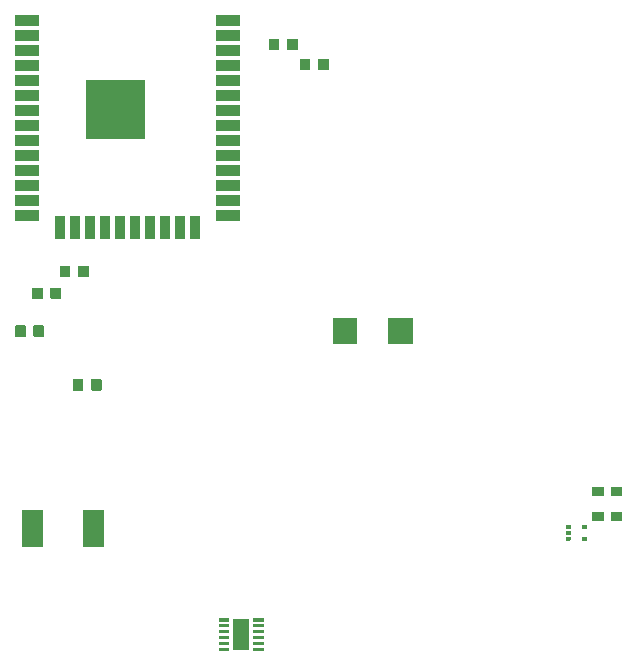
<source format=gbr>
%TF.GenerationSoftware,Flux,Pcbnew,9.0.4-9.0.4-0~ubuntu22.04.1*%
%TF.CreationDate,2025-10-20T13:02:15+00:00*%
%TF.ProjectId,input,696e7075-742e-46b6-9963-61645f706362,rev?*%
%TF.SameCoordinates,Original*%
%TF.FileFunction,Paste,Top*%
%TF.FilePolarity,Positive*%
%FSLAX46Y46*%
G04 Gerber Fmt 4.6, Leading zero omitted, Abs format (unit mm)*
G04 Filename: sarlls-iot*
G04 Build it with Flux! Visit our site at: https://www.flux.ai (PCBNEW 9.0.4-9.0.4-0~ubuntu22.04.1) date 2025-10-20 13:02:15*
%MOMM*%
%LPD*%
G01*
G04 APERTURE LIST*
%ADD10C,0.000000*%
G04 APERTURE END LIST*
D10*
%TO.C,*%
G36*
X-16636700Y18717500D02*
G01*
X-18636700Y18717500D01*
X-18636700Y19617500D01*
X-16636700Y19617500D01*
X-16636700Y18717500D01*
G37*
G36*
X-8051696Y8277502D02*
G01*
X-8951696Y8277498D01*
X-8951704Y10277498D01*
X-8051704Y10277502D01*
X-8051696Y8277502D01*
G37*
G36*
X-13131696Y8277502D02*
G01*
X-14031696Y8277498D01*
X-14031704Y10277498D01*
X-13131704Y10277502D01*
X-13131696Y8277502D01*
G37*
G36*
X-16636700Y25067500D02*
G01*
X-18636700Y25067500D01*
X-18636700Y25967500D01*
X-16636700Y25967500D01*
X-16636700Y25067500D01*
G37*
G36*
X-5511696Y8277502D02*
G01*
X-6411696Y8277498D01*
X-6411704Y10277498D01*
X-5511704Y10277502D01*
X-5511696Y8277502D01*
G37*
G36*
X-4241696Y8277502D02*
G01*
X-5141696Y8277498D01*
X-5141704Y10277498D01*
X-4241704Y10277502D01*
X-4241696Y8277502D01*
G37*
G36*
X363300Y14907500D02*
G01*
X-1636700Y14907500D01*
X-1636700Y15807500D01*
X363300Y15807500D01*
X363300Y14907500D01*
G37*
G36*
X363300Y13637500D02*
G01*
X-1636700Y13637500D01*
X-1636700Y14537500D01*
X363300Y14537500D01*
X363300Y13637500D01*
G37*
G36*
X-16636700Y12367500D02*
G01*
X-18636700Y12367500D01*
X-18636700Y13267500D01*
X-16636700Y13267500D01*
X-16636700Y12367500D01*
G37*
G36*
X363300Y21257500D02*
G01*
X-1636700Y21257500D01*
X-1636700Y22157500D01*
X363300Y22157500D01*
X363300Y21257500D01*
G37*
G36*
X-16636700Y21257500D02*
G01*
X-18636700Y21257500D01*
X-18636700Y22157500D01*
X-16636700Y22157500D01*
X-16636700Y21257500D01*
G37*
G36*
X-10591696Y8277502D02*
G01*
X-11491696Y8277498D01*
X-11491704Y10277498D01*
X-10591704Y10277502D01*
X-10591696Y8277502D01*
G37*
G36*
X363300Y22527500D02*
G01*
X-1636700Y22527500D01*
X-1636700Y23427500D01*
X363300Y23427500D01*
X363300Y22527500D01*
G37*
G36*
X-16636700Y9827500D02*
G01*
X-18636700Y9827500D01*
X-18636700Y10727500D01*
X-16636700Y10727500D01*
X-16636700Y9827500D01*
G37*
G36*
X-16636700Y23797500D02*
G01*
X-18636700Y23797500D01*
X-18636700Y24697500D01*
X-16636700Y24697500D01*
X-16636700Y23797500D01*
G37*
G36*
X-16636700Y13637500D02*
G01*
X-18636700Y13637500D01*
X-18636700Y14537500D01*
X-16636700Y14537500D01*
X-16636700Y13637500D01*
G37*
G36*
X363300Y18717500D02*
G01*
X-1636700Y18717500D01*
X-1636700Y19617500D01*
X363300Y19617500D01*
X363300Y18717500D01*
G37*
G36*
X-16636700Y14907500D02*
G01*
X-18636700Y14907500D01*
X-18636700Y15807500D01*
X-16636700Y15807500D01*
X-16636700Y14907500D01*
G37*
G36*
X-7636700Y16787500D02*
G01*
X-12636700Y16787500D01*
X-12636700Y21787500D01*
X-7636700Y21787500D01*
X-7636700Y16787500D01*
G37*
G36*
X363300Y25067500D02*
G01*
X-1636700Y25067500D01*
X-1636700Y25967500D01*
X363300Y25967500D01*
X363300Y25067500D01*
G37*
G36*
X363300Y26337500D02*
G01*
X-1636700Y26337500D01*
X-1636700Y27237500D01*
X363300Y27237500D01*
X363300Y26337500D01*
G37*
G36*
X363300Y19987500D02*
G01*
X-1636700Y19987500D01*
X-1636700Y20887500D01*
X363300Y20887500D01*
X363300Y19987500D01*
G37*
G36*
X-14401696Y8277502D02*
G01*
X-15301696Y8277498D01*
X-15301704Y10277498D01*
X-14401704Y10277502D01*
X-14401696Y8277502D01*
G37*
G36*
X-16636700Y16177500D02*
G01*
X-18636700Y16177500D01*
X-18636700Y17077500D01*
X-16636700Y17077500D01*
X-16636700Y16177500D01*
G37*
G36*
X-16636700Y11097500D02*
G01*
X-18636700Y11097500D01*
X-18636700Y11997500D01*
X-16636700Y11997500D01*
X-16636700Y11097500D01*
G37*
G36*
X-16636700Y22527500D02*
G01*
X-18636700Y22527500D01*
X-18636700Y23427500D01*
X-16636700Y23427500D01*
X-16636700Y22527500D01*
G37*
G36*
X363300Y16177500D02*
G01*
X-1636700Y16177500D01*
X-1636700Y17077500D01*
X363300Y17077500D01*
X363300Y16177500D01*
G37*
G36*
X363300Y12367500D02*
G01*
X-1636700Y12367500D01*
X-1636700Y13267500D01*
X363300Y13267500D01*
X363300Y12367500D01*
G37*
G36*
X-16636700Y19987500D02*
G01*
X-18636700Y19987500D01*
X-18636700Y20887500D01*
X-16636700Y20887500D01*
X-16636700Y19987500D01*
G37*
G36*
X-9321696Y8277502D02*
G01*
X-10221696Y8277498D01*
X-10221704Y10277498D01*
X-9321704Y10277502D01*
X-9321696Y8277502D01*
G37*
G36*
X-16636700Y26337500D02*
G01*
X-18636700Y26337500D01*
X-18636700Y27237500D01*
X-16636700Y27237500D01*
X-16636700Y26337500D01*
G37*
G36*
X363300Y17447500D02*
G01*
X-1636700Y17447500D01*
X-1636700Y18347500D01*
X363300Y18347500D01*
X363300Y17447500D01*
G37*
G36*
X363300Y11097500D02*
G01*
X-1636700Y11097500D01*
X-1636700Y11997500D01*
X363300Y11997500D01*
X363300Y11097500D01*
G37*
G36*
X363300Y23797500D02*
G01*
X-1636700Y23797500D01*
X-1636700Y24697500D01*
X363300Y24697500D01*
X363300Y23797500D01*
G37*
G36*
X-6781696Y8277502D02*
G01*
X-7681696Y8277498D01*
X-7681704Y10277498D01*
X-6781704Y10277502D01*
X-6781696Y8277502D01*
G37*
G36*
X363300Y9827500D02*
G01*
X-1636700Y9827500D01*
X-1636700Y10727500D01*
X363300Y10727500D01*
X363300Y9827500D01*
G37*
G36*
X-2971696Y8277502D02*
G01*
X-3871696Y8277498D01*
X-3871704Y10277498D01*
X-2971704Y10277502D01*
X-2971696Y8277502D01*
G37*
G36*
X-11861696Y8277502D02*
G01*
X-12761696Y8277498D01*
X-12761704Y10277498D01*
X-11861704Y10277502D01*
X-11861696Y8277502D01*
G37*
G36*
X-16636700Y17447500D02*
G01*
X-18636700Y17447500D01*
X-18636700Y18347500D01*
X-16636700Y18347500D01*
X-16636700Y17447500D01*
G37*
G36*
X-12937470Y-3584438D02*
G01*
X-12935143Y-3584552D01*
X-12932821Y-3584743D01*
X-12930507Y-3585009D01*
X-12928202Y-3585351D01*
X-12925910Y-3585768D01*
X-12923632Y-3586260D01*
X-12921372Y-3586826D01*
X-12919132Y-3587466D01*
X-12916914Y-3588179D01*
X-12914720Y-3588963D01*
X-12912553Y-3589820D01*
X-12910415Y-3590746D01*
X-12908309Y-3591743D01*
X-12906237Y-3592807D01*
X-12904200Y-3593939D01*
X-12902202Y-3595137D01*
X-12900243Y-3596399D01*
X-12898328Y-3597725D01*
X-12896456Y-3599113D01*
X-12894631Y-3600562D01*
X-12892855Y-3602069D01*
X-12891128Y-3603634D01*
X-12889454Y-3605254D01*
X-12887834Y-3606928D01*
X-12886269Y-3608655D01*
X-12884762Y-3610431D01*
X-12883313Y-3612256D01*
X-12881925Y-3614128D01*
X-12880599Y-3616043D01*
X-12879337Y-3618002D01*
X-12878139Y-3620000D01*
X-12877007Y-3622037D01*
X-12875943Y-3624109D01*
X-12874946Y-3626215D01*
X-12874020Y-3628353D01*
X-12873163Y-3630520D01*
X-12872379Y-3632714D01*
X-12871666Y-3634932D01*
X-12871026Y-3637172D01*
X-12870460Y-3639432D01*
X-12869968Y-3641710D01*
X-12869551Y-3644002D01*
X-12869209Y-3646307D01*
X-12868943Y-3648621D01*
X-12868752Y-3650943D01*
X-12868638Y-3653270D01*
X-12868600Y-3655600D01*
X-12868600Y-4463200D01*
X-12868638Y-4465530D01*
X-12868752Y-4467857D01*
X-12868943Y-4470179D01*
X-12869209Y-4472493D01*
X-12869551Y-4474798D01*
X-12869968Y-4477090D01*
X-12870460Y-4479368D01*
X-12871026Y-4481628D01*
X-12871666Y-4483868D01*
X-12872379Y-4486086D01*
X-12873163Y-4488280D01*
X-12874020Y-4490447D01*
X-12874946Y-4492585D01*
X-12875943Y-4494691D01*
X-12877007Y-4496763D01*
X-12878139Y-4498800D01*
X-12879337Y-4500798D01*
X-12880599Y-4502757D01*
X-12881925Y-4504672D01*
X-12883313Y-4506544D01*
X-12884762Y-4508369D01*
X-12886269Y-4510145D01*
X-12887834Y-4511872D01*
X-12889454Y-4513546D01*
X-12891128Y-4515166D01*
X-12892855Y-4516731D01*
X-12894631Y-4518238D01*
X-12896456Y-4519687D01*
X-12898328Y-4521075D01*
X-12900243Y-4522401D01*
X-12902202Y-4523663D01*
X-12904200Y-4524861D01*
X-12906237Y-4525993D01*
X-12908309Y-4527057D01*
X-12910415Y-4528054D01*
X-12912553Y-4528980D01*
X-12914720Y-4529837D01*
X-12916914Y-4530621D01*
X-12919132Y-4531334D01*
X-12921372Y-4531974D01*
X-12923632Y-4532540D01*
X-12925910Y-4533032D01*
X-12928202Y-4533449D01*
X-12930507Y-4533791D01*
X-12932821Y-4534057D01*
X-12935143Y-4534248D01*
X-12937470Y-4534362D01*
X-12939800Y-4534400D01*
X-13697400Y-4534400D01*
X-13699730Y-4534362D01*
X-13702057Y-4534248D01*
X-13704379Y-4534057D01*
X-13706693Y-4533791D01*
X-13708998Y-4533449D01*
X-13711290Y-4533032D01*
X-13713568Y-4532540D01*
X-13715828Y-4531974D01*
X-13718068Y-4531334D01*
X-13720286Y-4530621D01*
X-13722480Y-4529837D01*
X-13724647Y-4528980D01*
X-13726785Y-4528054D01*
X-13728891Y-4527057D01*
X-13730963Y-4525993D01*
X-13733000Y-4524861D01*
X-13734998Y-4523663D01*
X-13736957Y-4522401D01*
X-13738872Y-4521075D01*
X-13740744Y-4519687D01*
X-13742569Y-4518238D01*
X-13744345Y-4516731D01*
X-13746072Y-4515166D01*
X-13747746Y-4513546D01*
X-13749366Y-4511872D01*
X-13750931Y-4510145D01*
X-13752438Y-4508369D01*
X-13753887Y-4506544D01*
X-13755275Y-4504672D01*
X-13756601Y-4502757D01*
X-13757863Y-4500798D01*
X-13759061Y-4498800D01*
X-13760193Y-4496763D01*
X-13761257Y-4494691D01*
X-13762254Y-4492585D01*
X-13763180Y-4490447D01*
X-13764037Y-4488280D01*
X-13764821Y-4486086D01*
X-13765534Y-4483868D01*
X-13766174Y-4481628D01*
X-13766740Y-4479368D01*
X-13767232Y-4477090D01*
X-13767649Y-4474798D01*
X-13767991Y-4472493D01*
X-13768257Y-4470179D01*
X-13768448Y-4467857D01*
X-13768562Y-4465530D01*
X-13768600Y-4463200D01*
X-13768600Y-3655600D01*
X-13768562Y-3653270D01*
X-13768448Y-3650943D01*
X-13768257Y-3648621D01*
X-13767991Y-3646307D01*
X-13767649Y-3644002D01*
X-13767232Y-3641710D01*
X-13766740Y-3639432D01*
X-13766174Y-3637172D01*
X-13765534Y-3634932D01*
X-13764821Y-3632714D01*
X-13764037Y-3630520D01*
X-13763180Y-3628353D01*
X-13762254Y-3626215D01*
X-13761257Y-3624109D01*
X-13760193Y-3622037D01*
X-13759061Y-3620000D01*
X-13757863Y-3618002D01*
X-13756601Y-3616043D01*
X-13755275Y-3614128D01*
X-13753887Y-3612256D01*
X-13752438Y-3610431D01*
X-13750931Y-3608655D01*
X-13749366Y-3606928D01*
X-13747746Y-3605254D01*
X-13746072Y-3603634D01*
X-13744345Y-3602069D01*
X-13742569Y-3600562D01*
X-13740744Y-3599113D01*
X-13738872Y-3597725D01*
X-13736957Y-3596399D01*
X-13734998Y-3595137D01*
X-13733000Y-3593939D01*
X-13730963Y-3592807D01*
X-13728891Y-3591743D01*
X-13726785Y-3590746D01*
X-13724647Y-3589820D01*
X-13722480Y-3588963D01*
X-13720286Y-3588179D01*
X-13718068Y-3587466D01*
X-13715828Y-3586826D01*
X-13713568Y-3586260D01*
X-13711290Y-3585768D01*
X-13708998Y-3585351D01*
X-13706693Y-3585009D01*
X-13704379Y-3584743D01*
X-13702057Y-3584552D01*
X-13699730Y-3584438D01*
X-13697400Y-3584400D01*
X-12939800Y-3584400D01*
X-12937470Y-3584438D01*
G37*
G36*
X-11387470Y-3584438D02*
G01*
X-11385143Y-3584552D01*
X-11382821Y-3584743D01*
X-11380507Y-3585009D01*
X-11378202Y-3585351D01*
X-11375910Y-3585768D01*
X-11373632Y-3586260D01*
X-11371372Y-3586826D01*
X-11369132Y-3587466D01*
X-11366914Y-3588179D01*
X-11364720Y-3588963D01*
X-11362553Y-3589820D01*
X-11360415Y-3590746D01*
X-11358309Y-3591743D01*
X-11356237Y-3592807D01*
X-11354200Y-3593939D01*
X-11352202Y-3595137D01*
X-11350243Y-3596399D01*
X-11348328Y-3597725D01*
X-11346456Y-3599113D01*
X-11344631Y-3600562D01*
X-11342855Y-3602069D01*
X-11341128Y-3603634D01*
X-11339454Y-3605254D01*
X-11337834Y-3606928D01*
X-11336269Y-3608655D01*
X-11334762Y-3610431D01*
X-11333313Y-3612256D01*
X-11331925Y-3614128D01*
X-11330599Y-3616043D01*
X-11329337Y-3618002D01*
X-11328139Y-3620000D01*
X-11327007Y-3622037D01*
X-11325943Y-3624109D01*
X-11324946Y-3626215D01*
X-11324020Y-3628353D01*
X-11323163Y-3630520D01*
X-11322379Y-3632714D01*
X-11321666Y-3634932D01*
X-11321026Y-3637172D01*
X-11320460Y-3639432D01*
X-11319968Y-3641710D01*
X-11319551Y-3644002D01*
X-11319209Y-3646307D01*
X-11318943Y-3648621D01*
X-11318752Y-3650943D01*
X-11318638Y-3653270D01*
X-11318600Y-3655600D01*
X-11318600Y-4463200D01*
X-11318638Y-4465530D01*
X-11318752Y-4467857D01*
X-11318943Y-4470179D01*
X-11319209Y-4472493D01*
X-11319551Y-4474798D01*
X-11319968Y-4477090D01*
X-11320460Y-4479368D01*
X-11321026Y-4481628D01*
X-11321666Y-4483868D01*
X-11322379Y-4486086D01*
X-11323163Y-4488280D01*
X-11324020Y-4490447D01*
X-11324946Y-4492585D01*
X-11325943Y-4494691D01*
X-11327007Y-4496763D01*
X-11328139Y-4498800D01*
X-11329337Y-4500798D01*
X-11330599Y-4502757D01*
X-11331925Y-4504672D01*
X-11333313Y-4506544D01*
X-11334762Y-4508369D01*
X-11336269Y-4510145D01*
X-11337834Y-4511872D01*
X-11339454Y-4513546D01*
X-11341128Y-4515166D01*
X-11342855Y-4516731D01*
X-11344631Y-4518238D01*
X-11346456Y-4519687D01*
X-11348328Y-4521075D01*
X-11350243Y-4522401D01*
X-11352202Y-4523663D01*
X-11354200Y-4524861D01*
X-11356237Y-4525993D01*
X-11358309Y-4527057D01*
X-11360415Y-4528054D01*
X-11362553Y-4528980D01*
X-11364720Y-4529837D01*
X-11366914Y-4530621D01*
X-11369132Y-4531334D01*
X-11371372Y-4531974D01*
X-11373632Y-4532540D01*
X-11375910Y-4533032D01*
X-11378202Y-4533449D01*
X-11380507Y-4533791D01*
X-11382821Y-4534057D01*
X-11385143Y-4534248D01*
X-11387470Y-4534362D01*
X-11389800Y-4534400D01*
X-12147400Y-4534400D01*
X-12149730Y-4534362D01*
X-12152057Y-4534248D01*
X-12154379Y-4534057D01*
X-12156693Y-4533791D01*
X-12158998Y-4533449D01*
X-12161290Y-4533032D01*
X-12163568Y-4532540D01*
X-12165828Y-4531974D01*
X-12168068Y-4531334D01*
X-12170286Y-4530621D01*
X-12172480Y-4529837D01*
X-12174647Y-4528980D01*
X-12176785Y-4528054D01*
X-12178891Y-4527057D01*
X-12180963Y-4525993D01*
X-12183000Y-4524861D01*
X-12184998Y-4523663D01*
X-12186957Y-4522401D01*
X-12188872Y-4521075D01*
X-12190744Y-4519687D01*
X-12192569Y-4518238D01*
X-12194345Y-4516731D01*
X-12196072Y-4515166D01*
X-12197746Y-4513546D01*
X-12199366Y-4511872D01*
X-12200931Y-4510145D01*
X-12202438Y-4508369D01*
X-12203887Y-4506544D01*
X-12205275Y-4504672D01*
X-12206601Y-4502757D01*
X-12207863Y-4500798D01*
X-12209061Y-4498800D01*
X-12210193Y-4496763D01*
X-12211257Y-4494691D01*
X-12212254Y-4492585D01*
X-12213180Y-4490447D01*
X-12214037Y-4488280D01*
X-12214821Y-4486086D01*
X-12215534Y-4483868D01*
X-12216174Y-4481628D01*
X-12216740Y-4479368D01*
X-12217232Y-4477090D01*
X-12217649Y-4474798D01*
X-12217991Y-4472493D01*
X-12218257Y-4470179D01*
X-12218448Y-4467857D01*
X-12218562Y-4465530D01*
X-12218600Y-4463200D01*
X-12218600Y-3655600D01*
X-12218562Y-3653270D01*
X-12218448Y-3650943D01*
X-12218257Y-3648621D01*
X-12217991Y-3646307D01*
X-12217649Y-3644002D01*
X-12217232Y-3641710D01*
X-12216740Y-3639432D01*
X-12216174Y-3637172D01*
X-12215534Y-3634932D01*
X-12214821Y-3632714D01*
X-12214037Y-3630520D01*
X-12213180Y-3628353D01*
X-12212254Y-3626215D01*
X-12211257Y-3624109D01*
X-12210193Y-3622037D01*
X-12209061Y-3620000D01*
X-12207863Y-3618002D01*
X-12206601Y-3616043D01*
X-12205275Y-3614128D01*
X-12203887Y-3612256D01*
X-12202438Y-3610431D01*
X-12200931Y-3608655D01*
X-12199366Y-3606928D01*
X-12197746Y-3605254D01*
X-12196072Y-3603634D01*
X-12194345Y-3602069D01*
X-12192569Y-3600562D01*
X-12190744Y-3599113D01*
X-12188872Y-3597725D01*
X-12186957Y-3596399D01*
X-12184998Y-3595137D01*
X-12183000Y-3593939D01*
X-12180963Y-3592807D01*
X-12178891Y-3591743D01*
X-12176785Y-3590746D01*
X-12174647Y-3589820D01*
X-12172480Y-3588963D01*
X-12170286Y-3588179D01*
X-12168068Y-3587466D01*
X-12165828Y-3586826D01*
X-12163568Y-3586260D01*
X-12161290Y-3585768D01*
X-12158998Y-3585351D01*
X-12156693Y-3585009D01*
X-12154379Y-3584743D01*
X-12152057Y-3584552D01*
X-12149730Y-3584438D01*
X-12147400Y-3584400D01*
X-11389800Y-3584400D01*
X-11387470Y-3584438D01*
G37*
G36*
X10281800Y-583900D02*
G01*
X8231800Y-583900D01*
X8231800Y1606100D01*
X10281800Y1606100D01*
X10281800Y-583900D01*
G37*
G36*
X15001800Y-583900D02*
G01*
X12951800Y-583900D01*
X12951800Y1606100D01*
X15001800Y1606100D01*
X15001800Y-583900D01*
G37*
G36*
X-507299Y-26596498D02*
G01*
X-1407299Y-26596502D01*
X-1407301Y-26296502D01*
X-507301Y-26296498D01*
X-507299Y-26596498D01*
G37*
G36*
X2392701Y-24596498D02*
G01*
X1492701Y-24596502D01*
X1492699Y-24296502D01*
X2392699Y-24296498D01*
X2392701Y-24596498D01*
G37*
G36*
X2392701Y-26096498D02*
G01*
X1492701Y-26096502D01*
X1492699Y-25796502D01*
X2392699Y-25796498D01*
X2392701Y-26096498D01*
G37*
G36*
X2392701Y-24096498D02*
G01*
X1492701Y-24096502D01*
X1492699Y-23796502D01*
X2392699Y-23796498D01*
X2392701Y-24096498D01*
G37*
G36*
X2392701Y-25096498D02*
G01*
X1492701Y-25096502D01*
X1492699Y-24796502D01*
X2392699Y-24796498D01*
X2392701Y-25096498D01*
G37*
G36*
X1192700Y-26496500D02*
G01*
X-207300Y-26496500D01*
X-207300Y-23896500D01*
X1192700Y-23896500D01*
X1192700Y-26496500D01*
G37*
G36*
X2392701Y-26596498D02*
G01*
X1492701Y-26596502D01*
X1492699Y-26296502D01*
X2392699Y-26296498D01*
X2392701Y-26596498D01*
G37*
G36*
X2392701Y-25596498D02*
G01*
X1492701Y-25596502D01*
X1492699Y-25296502D01*
X2392699Y-25296498D01*
X2392701Y-25596498D01*
G37*
G36*
X-507299Y-26096498D02*
G01*
X-1407299Y-26096502D01*
X-1407301Y-25796502D01*
X-507301Y-25796498D01*
X-507299Y-26096498D01*
G37*
G36*
X-507299Y-25096498D02*
G01*
X-1407299Y-25096502D01*
X-1407301Y-24796502D01*
X-507301Y-24796498D01*
X-507299Y-25096498D01*
G37*
G36*
X-507299Y-24596498D02*
G01*
X-1407299Y-24596502D01*
X-1407301Y-24296502D01*
X-507301Y-24296498D01*
X-507299Y-24596498D01*
G37*
G36*
X-507299Y-24096498D02*
G01*
X-1407299Y-24096502D01*
X-1407301Y-23796502D01*
X-507301Y-23796498D01*
X-507299Y-24096498D01*
G37*
G36*
X-507299Y-25596498D02*
G01*
X-1407299Y-25596502D01*
X-1407301Y-25296502D01*
X-507301Y-25296498D01*
X-507299Y-25596498D01*
G37*
G36*
X-16370470Y4180862D02*
G01*
X-16368143Y4180748D01*
X-16365821Y4180557D01*
X-16363507Y4180291D01*
X-16361202Y4179949D01*
X-16358910Y4179532D01*
X-16356632Y4179040D01*
X-16354372Y4178474D01*
X-16352132Y4177834D01*
X-16349914Y4177121D01*
X-16347720Y4176337D01*
X-16345553Y4175480D01*
X-16343415Y4174554D01*
X-16341309Y4173557D01*
X-16339237Y4172493D01*
X-16337200Y4171361D01*
X-16335202Y4170163D01*
X-16333243Y4168901D01*
X-16331328Y4167575D01*
X-16329456Y4166187D01*
X-16327631Y4164738D01*
X-16325855Y4163231D01*
X-16324128Y4161666D01*
X-16322454Y4160046D01*
X-16320834Y4158372D01*
X-16319269Y4156645D01*
X-16317762Y4154869D01*
X-16316313Y4153044D01*
X-16314925Y4151172D01*
X-16313599Y4149257D01*
X-16312337Y4147298D01*
X-16311139Y4145300D01*
X-16310007Y4143263D01*
X-16308943Y4141191D01*
X-16307946Y4139085D01*
X-16307020Y4136947D01*
X-16306163Y4134780D01*
X-16305379Y4132586D01*
X-16304666Y4130368D01*
X-16304026Y4128128D01*
X-16303460Y4125868D01*
X-16302968Y4123590D01*
X-16302551Y4121298D01*
X-16302209Y4118993D01*
X-16301943Y4116679D01*
X-16301752Y4114357D01*
X-16301638Y4112030D01*
X-16301600Y4109700D01*
X-16301600Y3302100D01*
X-16301638Y3299770D01*
X-16301752Y3297443D01*
X-16301943Y3295121D01*
X-16302209Y3292807D01*
X-16302551Y3290502D01*
X-16302968Y3288210D01*
X-16303460Y3285932D01*
X-16304026Y3283672D01*
X-16304666Y3281432D01*
X-16305379Y3279214D01*
X-16306163Y3277020D01*
X-16307020Y3274853D01*
X-16307946Y3272715D01*
X-16308943Y3270609D01*
X-16310007Y3268537D01*
X-16311139Y3266500D01*
X-16312337Y3264502D01*
X-16313599Y3262543D01*
X-16314925Y3260628D01*
X-16316313Y3258756D01*
X-16317762Y3256931D01*
X-16319269Y3255155D01*
X-16320834Y3253428D01*
X-16322454Y3251754D01*
X-16324128Y3250134D01*
X-16325855Y3248569D01*
X-16327631Y3247062D01*
X-16329456Y3245613D01*
X-16331328Y3244225D01*
X-16333243Y3242899D01*
X-16335202Y3241637D01*
X-16337200Y3240439D01*
X-16339237Y3239307D01*
X-16341309Y3238243D01*
X-16343415Y3237246D01*
X-16345553Y3236320D01*
X-16347720Y3235463D01*
X-16349914Y3234679D01*
X-16352132Y3233966D01*
X-16354372Y3233326D01*
X-16356632Y3232760D01*
X-16358910Y3232268D01*
X-16361202Y3231851D01*
X-16363507Y3231509D01*
X-16365821Y3231243D01*
X-16368143Y3231052D01*
X-16370470Y3230938D01*
X-16372800Y3230900D01*
X-17130400Y3230900D01*
X-17132730Y3230938D01*
X-17135057Y3231052D01*
X-17137379Y3231243D01*
X-17139693Y3231509D01*
X-17141998Y3231851D01*
X-17144290Y3232268D01*
X-17146568Y3232760D01*
X-17148828Y3233326D01*
X-17151068Y3233966D01*
X-17153286Y3234679D01*
X-17155480Y3235463D01*
X-17157647Y3236320D01*
X-17159785Y3237246D01*
X-17161891Y3238243D01*
X-17163963Y3239307D01*
X-17166000Y3240439D01*
X-17167998Y3241637D01*
X-17169957Y3242899D01*
X-17171872Y3244225D01*
X-17173744Y3245613D01*
X-17175569Y3247062D01*
X-17177345Y3248569D01*
X-17179072Y3250134D01*
X-17180746Y3251754D01*
X-17182366Y3253428D01*
X-17183931Y3255155D01*
X-17185438Y3256931D01*
X-17186887Y3258756D01*
X-17188275Y3260628D01*
X-17189601Y3262543D01*
X-17190863Y3264502D01*
X-17192061Y3266500D01*
X-17193193Y3268537D01*
X-17194257Y3270609D01*
X-17195254Y3272715D01*
X-17196180Y3274853D01*
X-17197037Y3277020D01*
X-17197821Y3279214D01*
X-17198534Y3281432D01*
X-17199174Y3283672D01*
X-17199740Y3285932D01*
X-17200232Y3288210D01*
X-17200649Y3290502D01*
X-17200991Y3292807D01*
X-17201257Y3295121D01*
X-17201448Y3297443D01*
X-17201562Y3299770D01*
X-17201600Y3302100D01*
X-17201600Y4109700D01*
X-17201562Y4112030D01*
X-17201448Y4114357D01*
X-17201257Y4116679D01*
X-17200991Y4118993D01*
X-17200649Y4121298D01*
X-17200232Y4123590D01*
X-17199740Y4125868D01*
X-17199174Y4128128D01*
X-17198534Y4130368D01*
X-17197821Y4132586D01*
X-17197037Y4134780D01*
X-17196180Y4136947D01*
X-17195254Y4139085D01*
X-17194257Y4141191D01*
X-17193193Y4143263D01*
X-17192061Y4145300D01*
X-17190863Y4147298D01*
X-17189601Y4149257D01*
X-17188275Y4151172D01*
X-17186887Y4153044D01*
X-17185438Y4154869D01*
X-17183931Y4156645D01*
X-17182366Y4158372D01*
X-17180746Y4160046D01*
X-17179072Y4161666D01*
X-17177345Y4163231D01*
X-17175569Y4164738D01*
X-17173744Y4166187D01*
X-17171872Y4167575D01*
X-17169957Y4168901D01*
X-17167998Y4170163D01*
X-17166000Y4171361D01*
X-17163963Y4172493D01*
X-17161891Y4173557D01*
X-17159785Y4174554D01*
X-17157647Y4175480D01*
X-17155480Y4176337D01*
X-17153286Y4177121D01*
X-17151068Y4177834D01*
X-17148828Y4178474D01*
X-17146568Y4179040D01*
X-17144290Y4179532D01*
X-17141998Y4179949D01*
X-17139693Y4180291D01*
X-17137379Y4180557D01*
X-17135057Y4180748D01*
X-17132730Y4180862D01*
X-17130400Y4180900D01*
X-16372800Y4180900D01*
X-16370470Y4180862D01*
G37*
G36*
X-14820470Y4180862D02*
G01*
X-14818143Y4180748D01*
X-14815821Y4180557D01*
X-14813507Y4180291D01*
X-14811202Y4179949D01*
X-14808910Y4179532D01*
X-14806632Y4179040D01*
X-14804372Y4178474D01*
X-14802132Y4177834D01*
X-14799914Y4177121D01*
X-14797720Y4176337D01*
X-14795553Y4175480D01*
X-14793415Y4174554D01*
X-14791309Y4173557D01*
X-14789237Y4172493D01*
X-14787200Y4171361D01*
X-14785202Y4170163D01*
X-14783243Y4168901D01*
X-14781328Y4167575D01*
X-14779456Y4166187D01*
X-14777631Y4164738D01*
X-14775855Y4163231D01*
X-14774128Y4161666D01*
X-14772454Y4160046D01*
X-14770834Y4158372D01*
X-14769269Y4156645D01*
X-14767762Y4154869D01*
X-14766313Y4153044D01*
X-14764925Y4151172D01*
X-14763599Y4149257D01*
X-14762337Y4147298D01*
X-14761139Y4145300D01*
X-14760007Y4143263D01*
X-14758943Y4141191D01*
X-14757946Y4139085D01*
X-14757020Y4136947D01*
X-14756163Y4134780D01*
X-14755379Y4132586D01*
X-14754666Y4130368D01*
X-14754026Y4128128D01*
X-14753460Y4125868D01*
X-14752968Y4123590D01*
X-14752551Y4121298D01*
X-14752209Y4118993D01*
X-14751943Y4116679D01*
X-14751752Y4114357D01*
X-14751638Y4112030D01*
X-14751600Y4109700D01*
X-14751600Y3302100D01*
X-14751638Y3299770D01*
X-14751752Y3297443D01*
X-14751943Y3295121D01*
X-14752209Y3292807D01*
X-14752551Y3290502D01*
X-14752968Y3288210D01*
X-14753460Y3285932D01*
X-14754026Y3283672D01*
X-14754666Y3281432D01*
X-14755379Y3279214D01*
X-14756163Y3277020D01*
X-14757020Y3274853D01*
X-14757946Y3272715D01*
X-14758943Y3270609D01*
X-14760007Y3268537D01*
X-14761139Y3266500D01*
X-14762337Y3264502D01*
X-14763599Y3262543D01*
X-14764925Y3260628D01*
X-14766313Y3258756D01*
X-14767762Y3256931D01*
X-14769269Y3255155D01*
X-14770834Y3253428D01*
X-14772454Y3251754D01*
X-14774128Y3250134D01*
X-14775855Y3248569D01*
X-14777631Y3247062D01*
X-14779456Y3245613D01*
X-14781328Y3244225D01*
X-14783243Y3242899D01*
X-14785202Y3241637D01*
X-14787200Y3240439D01*
X-14789237Y3239307D01*
X-14791309Y3238243D01*
X-14793415Y3237246D01*
X-14795553Y3236320D01*
X-14797720Y3235463D01*
X-14799914Y3234679D01*
X-14802132Y3233966D01*
X-14804372Y3233326D01*
X-14806632Y3232760D01*
X-14808910Y3232268D01*
X-14811202Y3231851D01*
X-14813507Y3231509D01*
X-14815821Y3231243D01*
X-14818143Y3231052D01*
X-14820470Y3230938D01*
X-14822800Y3230900D01*
X-15580400Y3230900D01*
X-15582730Y3230938D01*
X-15585057Y3231052D01*
X-15587379Y3231243D01*
X-15589693Y3231509D01*
X-15591998Y3231851D01*
X-15594290Y3232268D01*
X-15596568Y3232760D01*
X-15598828Y3233326D01*
X-15601068Y3233966D01*
X-15603286Y3234679D01*
X-15605480Y3235463D01*
X-15607647Y3236320D01*
X-15609785Y3237246D01*
X-15611891Y3238243D01*
X-15613963Y3239307D01*
X-15616000Y3240439D01*
X-15617998Y3241637D01*
X-15619957Y3242899D01*
X-15621872Y3244225D01*
X-15623744Y3245613D01*
X-15625569Y3247062D01*
X-15627345Y3248569D01*
X-15629072Y3250134D01*
X-15630746Y3251754D01*
X-15632366Y3253428D01*
X-15633931Y3255155D01*
X-15635438Y3256931D01*
X-15636887Y3258756D01*
X-15638275Y3260628D01*
X-15639601Y3262543D01*
X-15640863Y3264502D01*
X-15642061Y3266500D01*
X-15643193Y3268537D01*
X-15644257Y3270609D01*
X-15645254Y3272715D01*
X-15646180Y3274853D01*
X-15647037Y3277020D01*
X-15647821Y3279214D01*
X-15648534Y3281432D01*
X-15649174Y3283672D01*
X-15649740Y3285932D01*
X-15650232Y3288210D01*
X-15650649Y3290502D01*
X-15650991Y3292807D01*
X-15651257Y3295121D01*
X-15651448Y3297443D01*
X-15651562Y3299770D01*
X-15651600Y3302100D01*
X-15651600Y4109700D01*
X-15651562Y4112030D01*
X-15651448Y4114357D01*
X-15651257Y4116679D01*
X-15650991Y4118993D01*
X-15650649Y4121298D01*
X-15650232Y4123590D01*
X-15649740Y4125868D01*
X-15649174Y4128128D01*
X-15648534Y4130368D01*
X-15647821Y4132586D01*
X-15647037Y4134780D01*
X-15646180Y4136947D01*
X-15645254Y4139085D01*
X-15644257Y4141191D01*
X-15643193Y4143263D01*
X-15642061Y4145300D01*
X-15640863Y4147298D01*
X-15639601Y4149257D01*
X-15638275Y4151172D01*
X-15636887Y4153044D01*
X-15635438Y4154869D01*
X-15633931Y4156645D01*
X-15632366Y4158372D01*
X-15630746Y4160046D01*
X-15629072Y4161666D01*
X-15627345Y4163231D01*
X-15625569Y4164738D01*
X-15623744Y4166187D01*
X-15621872Y4167575D01*
X-15619957Y4168901D01*
X-15617998Y4170163D01*
X-15616000Y4171361D01*
X-15613963Y4172493D01*
X-15611891Y4173557D01*
X-15609785Y4174554D01*
X-15607647Y4175480D01*
X-15605480Y4176337D01*
X-15603286Y4177121D01*
X-15601068Y4177834D01*
X-15598828Y4178474D01*
X-15596568Y4179040D01*
X-15594290Y4179532D01*
X-15591998Y4179949D01*
X-15589693Y4180291D01*
X-15587379Y4180557D01*
X-15585057Y4180748D01*
X-15582730Y4180862D01*
X-15580400Y4180900D01*
X-14822800Y4180900D01*
X-14820470Y4180862D01*
G37*
G36*
X-17806470Y970662D02*
G01*
X-17804143Y970548D01*
X-17801821Y970357D01*
X-17799507Y970091D01*
X-17797202Y969749D01*
X-17794910Y969332D01*
X-17792632Y968840D01*
X-17790372Y968274D01*
X-17788132Y967634D01*
X-17785914Y966921D01*
X-17783720Y966137D01*
X-17781553Y965280D01*
X-17779415Y964354D01*
X-17777309Y963357D01*
X-17775237Y962293D01*
X-17773200Y961161D01*
X-17771202Y959963D01*
X-17769243Y958701D01*
X-17767328Y957375D01*
X-17765456Y955987D01*
X-17763631Y954538D01*
X-17761855Y953031D01*
X-17760128Y951466D01*
X-17758454Y949846D01*
X-17756834Y948172D01*
X-17755269Y946445D01*
X-17753762Y944669D01*
X-17752313Y942844D01*
X-17750925Y940972D01*
X-17749599Y939057D01*
X-17748337Y937098D01*
X-17747139Y935100D01*
X-17746007Y933063D01*
X-17744943Y930991D01*
X-17743946Y928885D01*
X-17743020Y926747D01*
X-17742163Y924580D01*
X-17741379Y922386D01*
X-17740666Y920168D01*
X-17740026Y917928D01*
X-17739460Y915668D01*
X-17738968Y913390D01*
X-17738551Y911098D01*
X-17738209Y908793D01*
X-17737943Y906479D01*
X-17737752Y904157D01*
X-17737638Y901830D01*
X-17737600Y899500D01*
X-17737600Y91900D01*
X-17737638Y89570D01*
X-17737752Y87243D01*
X-17737943Y84921D01*
X-17738209Y82607D01*
X-17738551Y80302D01*
X-17738968Y78010D01*
X-17739460Y75732D01*
X-17740026Y73472D01*
X-17740666Y71232D01*
X-17741379Y69014D01*
X-17742163Y66820D01*
X-17743020Y64653D01*
X-17743946Y62515D01*
X-17744943Y60409D01*
X-17746007Y58337D01*
X-17747139Y56300D01*
X-17748337Y54302D01*
X-17749599Y52343D01*
X-17750925Y50428D01*
X-17752313Y48556D01*
X-17753762Y46731D01*
X-17755269Y44955D01*
X-17756834Y43228D01*
X-17758454Y41554D01*
X-17760128Y39934D01*
X-17761855Y38369D01*
X-17763631Y36862D01*
X-17765456Y35413D01*
X-17767328Y34025D01*
X-17769243Y32699D01*
X-17771202Y31437D01*
X-17773200Y30239D01*
X-17775237Y29107D01*
X-17777309Y28043D01*
X-17779415Y27046D01*
X-17781553Y26120D01*
X-17783720Y25263D01*
X-17785914Y24479D01*
X-17788132Y23766D01*
X-17790372Y23126D01*
X-17792632Y22560D01*
X-17794910Y22068D01*
X-17797202Y21651D01*
X-17799507Y21309D01*
X-17801821Y21043D01*
X-17804143Y20852D01*
X-17806470Y20738D01*
X-17808800Y20700D01*
X-18566400Y20700D01*
X-18568730Y20738D01*
X-18571057Y20852D01*
X-18573379Y21043D01*
X-18575693Y21309D01*
X-18577998Y21651D01*
X-18580290Y22068D01*
X-18582568Y22560D01*
X-18584828Y23126D01*
X-18587068Y23766D01*
X-18589286Y24479D01*
X-18591480Y25263D01*
X-18593647Y26120D01*
X-18595785Y27046D01*
X-18597891Y28043D01*
X-18599963Y29107D01*
X-18602000Y30239D01*
X-18603998Y31437D01*
X-18605957Y32699D01*
X-18607872Y34025D01*
X-18609744Y35413D01*
X-18611569Y36862D01*
X-18613345Y38369D01*
X-18615072Y39934D01*
X-18616746Y41554D01*
X-18618366Y43228D01*
X-18619931Y44955D01*
X-18621438Y46731D01*
X-18622887Y48556D01*
X-18624275Y50428D01*
X-18625601Y52343D01*
X-18626863Y54302D01*
X-18628061Y56300D01*
X-18629193Y58337D01*
X-18630257Y60409D01*
X-18631254Y62515D01*
X-18632180Y64653D01*
X-18633037Y66820D01*
X-18633821Y69014D01*
X-18634534Y71232D01*
X-18635174Y73472D01*
X-18635740Y75732D01*
X-18636232Y78010D01*
X-18636649Y80302D01*
X-18636991Y82607D01*
X-18637257Y84921D01*
X-18637448Y87243D01*
X-18637562Y89570D01*
X-18637600Y91900D01*
X-18637600Y899500D01*
X-18637562Y901830D01*
X-18637448Y904157D01*
X-18637257Y906479D01*
X-18636991Y908793D01*
X-18636649Y911098D01*
X-18636232Y913390D01*
X-18635740Y915668D01*
X-18635174Y917928D01*
X-18634534Y920168D01*
X-18633821Y922386D01*
X-18633037Y924580D01*
X-18632180Y926747D01*
X-18631254Y928885D01*
X-18630257Y930991D01*
X-18629193Y933063D01*
X-18628061Y935100D01*
X-18626863Y937098D01*
X-18625601Y939057D01*
X-18624275Y940972D01*
X-18622887Y942844D01*
X-18621438Y944669D01*
X-18619931Y946445D01*
X-18618366Y948172D01*
X-18616746Y949846D01*
X-18615072Y951466D01*
X-18613345Y953031D01*
X-18611569Y954538D01*
X-18609744Y955987D01*
X-18607872Y957375D01*
X-18605957Y958701D01*
X-18603998Y959963D01*
X-18602000Y961161D01*
X-18599963Y962293D01*
X-18597891Y963357D01*
X-18595785Y964354D01*
X-18593647Y965280D01*
X-18591480Y966137D01*
X-18589286Y966921D01*
X-18587068Y967634D01*
X-18584828Y968274D01*
X-18582568Y968840D01*
X-18580290Y969332D01*
X-18577998Y969749D01*
X-18575693Y970091D01*
X-18573379Y970357D01*
X-18571057Y970548D01*
X-18568730Y970662D01*
X-18566400Y970700D01*
X-17808800Y970700D01*
X-17806470Y970662D01*
G37*
G36*
X-16256470Y970662D02*
G01*
X-16254143Y970548D01*
X-16251821Y970357D01*
X-16249507Y970091D01*
X-16247202Y969749D01*
X-16244910Y969332D01*
X-16242632Y968840D01*
X-16240372Y968274D01*
X-16238132Y967634D01*
X-16235914Y966921D01*
X-16233720Y966137D01*
X-16231553Y965280D01*
X-16229415Y964354D01*
X-16227309Y963357D01*
X-16225237Y962293D01*
X-16223200Y961161D01*
X-16221202Y959963D01*
X-16219243Y958701D01*
X-16217328Y957375D01*
X-16215456Y955987D01*
X-16213631Y954538D01*
X-16211855Y953031D01*
X-16210128Y951466D01*
X-16208454Y949846D01*
X-16206834Y948172D01*
X-16205269Y946445D01*
X-16203762Y944669D01*
X-16202313Y942844D01*
X-16200925Y940972D01*
X-16199599Y939057D01*
X-16198337Y937098D01*
X-16197139Y935100D01*
X-16196007Y933063D01*
X-16194943Y930991D01*
X-16193946Y928885D01*
X-16193020Y926747D01*
X-16192163Y924580D01*
X-16191379Y922386D01*
X-16190666Y920168D01*
X-16190026Y917928D01*
X-16189460Y915668D01*
X-16188968Y913390D01*
X-16188551Y911098D01*
X-16188209Y908793D01*
X-16187943Y906479D01*
X-16187752Y904157D01*
X-16187638Y901830D01*
X-16187600Y899500D01*
X-16187600Y91900D01*
X-16187638Y89570D01*
X-16187752Y87243D01*
X-16187943Y84921D01*
X-16188209Y82607D01*
X-16188551Y80302D01*
X-16188968Y78010D01*
X-16189460Y75732D01*
X-16190026Y73472D01*
X-16190666Y71232D01*
X-16191379Y69014D01*
X-16192163Y66820D01*
X-16193020Y64653D01*
X-16193946Y62515D01*
X-16194943Y60409D01*
X-16196007Y58337D01*
X-16197139Y56300D01*
X-16198337Y54302D01*
X-16199599Y52343D01*
X-16200925Y50428D01*
X-16202313Y48556D01*
X-16203762Y46731D01*
X-16205269Y44955D01*
X-16206834Y43228D01*
X-16208454Y41554D01*
X-16210128Y39934D01*
X-16211855Y38369D01*
X-16213631Y36862D01*
X-16215456Y35413D01*
X-16217328Y34025D01*
X-16219243Y32699D01*
X-16221202Y31437D01*
X-16223200Y30239D01*
X-16225237Y29107D01*
X-16227309Y28043D01*
X-16229415Y27046D01*
X-16231553Y26120D01*
X-16233720Y25263D01*
X-16235914Y24479D01*
X-16238132Y23766D01*
X-16240372Y23126D01*
X-16242632Y22560D01*
X-16244910Y22068D01*
X-16247202Y21651D01*
X-16249507Y21309D01*
X-16251821Y21043D01*
X-16254143Y20852D01*
X-16256470Y20738D01*
X-16258800Y20700D01*
X-17016400Y20700D01*
X-17018730Y20738D01*
X-17021057Y20852D01*
X-17023379Y21043D01*
X-17025693Y21309D01*
X-17027998Y21651D01*
X-17030290Y22068D01*
X-17032568Y22560D01*
X-17034828Y23126D01*
X-17037068Y23766D01*
X-17039286Y24479D01*
X-17041480Y25263D01*
X-17043647Y26120D01*
X-17045785Y27046D01*
X-17047891Y28043D01*
X-17049963Y29107D01*
X-17052000Y30239D01*
X-17053998Y31437D01*
X-17055957Y32699D01*
X-17057872Y34025D01*
X-17059744Y35413D01*
X-17061569Y36862D01*
X-17063345Y38369D01*
X-17065072Y39934D01*
X-17066746Y41554D01*
X-17068366Y43228D01*
X-17069931Y44955D01*
X-17071438Y46731D01*
X-17072887Y48556D01*
X-17074275Y50428D01*
X-17075601Y52343D01*
X-17076863Y54302D01*
X-17078061Y56300D01*
X-17079193Y58337D01*
X-17080257Y60409D01*
X-17081254Y62515D01*
X-17082180Y64653D01*
X-17083037Y66820D01*
X-17083821Y69014D01*
X-17084534Y71232D01*
X-17085174Y73472D01*
X-17085740Y75732D01*
X-17086232Y78010D01*
X-17086649Y80302D01*
X-17086991Y82607D01*
X-17087257Y84921D01*
X-17087448Y87243D01*
X-17087562Y89570D01*
X-17087600Y91900D01*
X-17087600Y899500D01*
X-17087562Y901830D01*
X-17087448Y904157D01*
X-17087257Y906479D01*
X-17086991Y908793D01*
X-17086649Y911098D01*
X-17086232Y913390D01*
X-17085740Y915668D01*
X-17085174Y917928D01*
X-17084534Y920168D01*
X-17083821Y922386D01*
X-17083037Y924580D01*
X-17082180Y926747D01*
X-17081254Y928885D01*
X-17080257Y930991D01*
X-17079193Y933063D01*
X-17078061Y935100D01*
X-17076863Y937098D01*
X-17075601Y939057D01*
X-17074275Y940972D01*
X-17072887Y942844D01*
X-17071438Y944669D01*
X-17069931Y946445D01*
X-17068366Y948172D01*
X-17066746Y949846D01*
X-17065072Y951466D01*
X-17063345Y953031D01*
X-17061569Y954538D01*
X-17059744Y955987D01*
X-17057872Y957375D01*
X-17055957Y958701D01*
X-17053998Y959963D01*
X-17052000Y961161D01*
X-17049963Y962293D01*
X-17047891Y963357D01*
X-17045785Y964354D01*
X-17043647Y965280D01*
X-17041480Y966137D01*
X-17039286Y966921D01*
X-17037068Y967634D01*
X-17034828Y968274D01*
X-17032568Y968840D01*
X-17030290Y969332D01*
X-17027998Y969749D01*
X-17025693Y970091D01*
X-17023379Y970357D01*
X-17021057Y970548D01*
X-17018730Y970662D01*
X-17016400Y970700D01*
X-16258800Y970700D01*
X-16256470Y970662D01*
G37*
G36*
X28373606Y-16933018D02*
G01*
X28374711Y-16933072D01*
X28375813Y-16933163D01*
X28376912Y-16933289D01*
X28378006Y-16933451D01*
X28379094Y-16933649D01*
X28380175Y-16933883D01*
X28381248Y-16934152D01*
X28382312Y-16934455D01*
X28383365Y-16934794D01*
X28384406Y-16935166D01*
X28385435Y-16935573D01*
X28386449Y-16936013D01*
X28387449Y-16936486D01*
X28388433Y-16936991D01*
X28389400Y-16937528D01*
X28390349Y-16938097D01*
X28391278Y-16938696D01*
X28392188Y-16939326D01*
X28393076Y-16939985D01*
X28393942Y-16940672D01*
X28394786Y-16941388D01*
X28395605Y-16942131D01*
X28396400Y-16942900D01*
X28397169Y-16943695D01*
X28397912Y-16944514D01*
X28398628Y-16945358D01*
X28399315Y-16946224D01*
X28399974Y-16947112D01*
X28400604Y-16948022D01*
X28401203Y-16948951D01*
X28401772Y-16949900D01*
X28402309Y-16950867D01*
X28402814Y-16951851D01*
X28403287Y-16952851D01*
X28403727Y-16953865D01*
X28404134Y-16954894D01*
X28404506Y-16955935D01*
X28404845Y-16956988D01*
X28405148Y-16958052D01*
X28405417Y-16959125D01*
X28405651Y-16960206D01*
X28405849Y-16961294D01*
X28406011Y-16962388D01*
X28406137Y-16963487D01*
X28406228Y-16964589D01*
X28406282Y-16965694D01*
X28406300Y-16966800D01*
X28406300Y-17199200D01*
X28406282Y-17200306D01*
X28406228Y-17201411D01*
X28406137Y-17202513D01*
X28406011Y-17203612D01*
X28405849Y-17204706D01*
X28405651Y-17205794D01*
X28405417Y-17206875D01*
X28405148Y-17207948D01*
X28404845Y-17209012D01*
X28404506Y-17210065D01*
X28404134Y-17211106D01*
X28403727Y-17212135D01*
X28403287Y-17213149D01*
X28402814Y-17214149D01*
X28402309Y-17215133D01*
X28401772Y-17216100D01*
X28401203Y-17217049D01*
X28400604Y-17217978D01*
X28399974Y-17218888D01*
X28399315Y-17219776D01*
X28398628Y-17220642D01*
X28397912Y-17221486D01*
X28397169Y-17222305D01*
X28396400Y-17223100D01*
X28395605Y-17223869D01*
X28394786Y-17224612D01*
X28393942Y-17225328D01*
X28393076Y-17226015D01*
X28392188Y-17226674D01*
X28391278Y-17227304D01*
X28390349Y-17227903D01*
X28389400Y-17228472D01*
X28388433Y-17229009D01*
X28387449Y-17229514D01*
X28386449Y-17229987D01*
X28385435Y-17230427D01*
X28384406Y-17230834D01*
X28383365Y-17231206D01*
X28382312Y-17231545D01*
X28381248Y-17231848D01*
X28380175Y-17232117D01*
X28379094Y-17232351D01*
X28378006Y-17232549D01*
X28376912Y-17232711D01*
X28375813Y-17232837D01*
X28374711Y-17232928D01*
X28373606Y-17232982D01*
X28372500Y-17233000D01*
X27990100Y-17233000D01*
X27988994Y-17232982D01*
X27987889Y-17232928D01*
X27986787Y-17232837D01*
X27985688Y-17232711D01*
X27984594Y-17232549D01*
X27983506Y-17232351D01*
X27982425Y-17232117D01*
X27981352Y-17231848D01*
X27980288Y-17231545D01*
X27979235Y-17231206D01*
X27978194Y-17230834D01*
X27977165Y-17230427D01*
X27976151Y-17229987D01*
X27975151Y-17229514D01*
X27974167Y-17229009D01*
X27973200Y-17228472D01*
X27972251Y-17227903D01*
X27971322Y-17227304D01*
X27970412Y-17226674D01*
X27969524Y-17226015D01*
X27968658Y-17225328D01*
X27967814Y-17224612D01*
X27966995Y-17223869D01*
X27966200Y-17223100D01*
X27965431Y-17222305D01*
X27964688Y-17221486D01*
X27963972Y-17220642D01*
X27963285Y-17219776D01*
X27962626Y-17218888D01*
X27961996Y-17217978D01*
X27961397Y-17217049D01*
X27960828Y-17216100D01*
X27960291Y-17215133D01*
X27959786Y-17214149D01*
X27959313Y-17213149D01*
X27958873Y-17212135D01*
X27958466Y-17211106D01*
X27958094Y-17210065D01*
X27957755Y-17209012D01*
X27957452Y-17207948D01*
X27957183Y-17206875D01*
X27956949Y-17205794D01*
X27956751Y-17204706D01*
X27956589Y-17203612D01*
X27956463Y-17202513D01*
X27956372Y-17201411D01*
X27956318Y-17200306D01*
X27956300Y-17199200D01*
X27956300Y-16966800D01*
X27956318Y-16965694D01*
X27956372Y-16964589D01*
X27956463Y-16963487D01*
X27956589Y-16962388D01*
X27956751Y-16961294D01*
X27956949Y-16960206D01*
X27957183Y-16959125D01*
X27957452Y-16958052D01*
X27957755Y-16956988D01*
X27958094Y-16955935D01*
X27958466Y-16954894D01*
X27958873Y-16953865D01*
X27959313Y-16952851D01*
X27959786Y-16951851D01*
X27960291Y-16950867D01*
X27960828Y-16949900D01*
X27961397Y-16948951D01*
X27961996Y-16948022D01*
X27962626Y-16947112D01*
X27963285Y-16946224D01*
X27963972Y-16945358D01*
X27964688Y-16944514D01*
X27965431Y-16943695D01*
X27966200Y-16942900D01*
X27966995Y-16942131D01*
X27967814Y-16941388D01*
X27968658Y-16940672D01*
X27969524Y-16939985D01*
X27970412Y-16939326D01*
X27971322Y-16938696D01*
X27972251Y-16938097D01*
X27973200Y-16937528D01*
X27974167Y-16936991D01*
X27975151Y-16936486D01*
X27976151Y-16936013D01*
X27977165Y-16935573D01*
X27978194Y-16935166D01*
X27979235Y-16934794D01*
X27980288Y-16934455D01*
X27981352Y-16934152D01*
X27982425Y-16933883D01*
X27983506Y-16933649D01*
X27984594Y-16933451D01*
X27985688Y-16933289D01*
X27986787Y-16933163D01*
X27987889Y-16933072D01*
X27988994Y-16933018D01*
X27990100Y-16933000D01*
X28372500Y-16933000D01*
X28373606Y-16933018D01*
G37*
G36*
X29773606Y-16933018D02*
G01*
X29774711Y-16933072D01*
X29775813Y-16933163D01*
X29776912Y-16933289D01*
X29778006Y-16933451D01*
X29779094Y-16933649D01*
X29780175Y-16933883D01*
X29781248Y-16934152D01*
X29782312Y-16934455D01*
X29783365Y-16934794D01*
X29784406Y-16935166D01*
X29785435Y-16935573D01*
X29786449Y-16936013D01*
X29787449Y-16936486D01*
X29788433Y-16936991D01*
X29789400Y-16937528D01*
X29790349Y-16938097D01*
X29791278Y-16938696D01*
X29792188Y-16939326D01*
X29793076Y-16939985D01*
X29793942Y-16940672D01*
X29794786Y-16941388D01*
X29795605Y-16942131D01*
X29796400Y-16942900D01*
X29797169Y-16943695D01*
X29797912Y-16944514D01*
X29798628Y-16945358D01*
X29799315Y-16946224D01*
X29799974Y-16947112D01*
X29800604Y-16948022D01*
X29801203Y-16948951D01*
X29801772Y-16949900D01*
X29802309Y-16950867D01*
X29802814Y-16951851D01*
X29803287Y-16952851D01*
X29803727Y-16953865D01*
X29804134Y-16954894D01*
X29804506Y-16955935D01*
X29804845Y-16956988D01*
X29805148Y-16958052D01*
X29805417Y-16959125D01*
X29805651Y-16960206D01*
X29805849Y-16961294D01*
X29806011Y-16962388D01*
X29806137Y-16963487D01*
X29806228Y-16964589D01*
X29806282Y-16965694D01*
X29806300Y-16966800D01*
X29806300Y-17199200D01*
X29806282Y-17200306D01*
X29806228Y-17201411D01*
X29806137Y-17202513D01*
X29806011Y-17203612D01*
X29805849Y-17204706D01*
X29805651Y-17205794D01*
X29805417Y-17206875D01*
X29805148Y-17207948D01*
X29804845Y-17209012D01*
X29804506Y-17210065D01*
X29804134Y-17211106D01*
X29803727Y-17212135D01*
X29803287Y-17213149D01*
X29802814Y-17214149D01*
X29802309Y-17215133D01*
X29801772Y-17216100D01*
X29801203Y-17217049D01*
X29800604Y-17217978D01*
X29799974Y-17218888D01*
X29799315Y-17219776D01*
X29798628Y-17220642D01*
X29797912Y-17221486D01*
X29797169Y-17222305D01*
X29796400Y-17223100D01*
X29795605Y-17223869D01*
X29794786Y-17224612D01*
X29793942Y-17225328D01*
X29793076Y-17226015D01*
X29792188Y-17226674D01*
X29791278Y-17227304D01*
X29790349Y-17227903D01*
X29789400Y-17228472D01*
X29788433Y-17229009D01*
X29787449Y-17229514D01*
X29786449Y-17229987D01*
X29785435Y-17230427D01*
X29784406Y-17230834D01*
X29783365Y-17231206D01*
X29782312Y-17231545D01*
X29781248Y-17231848D01*
X29780175Y-17232117D01*
X29779094Y-17232351D01*
X29778006Y-17232549D01*
X29776912Y-17232711D01*
X29775813Y-17232837D01*
X29774711Y-17232928D01*
X29773606Y-17232982D01*
X29772500Y-17233000D01*
X29390100Y-17233000D01*
X29388994Y-17232982D01*
X29387889Y-17232928D01*
X29386787Y-17232837D01*
X29385688Y-17232711D01*
X29384594Y-17232549D01*
X29383506Y-17232351D01*
X29382425Y-17232117D01*
X29381352Y-17231848D01*
X29380288Y-17231545D01*
X29379235Y-17231206D01*
X29378194Y-17230834D01*
X29377165Y-17230427D01*
X29376151Y-17229987D01*
X29375151Y-17229514D01*
X29374167Y-17229009D01*
X29373200Y-17228472D01*
X29372251Y-17227903D01*
X29371322Y-17227304D01*
X29370412Y-17226674D01*
X29369524Y-17226015D01*
X29368658Y-17225328D01*
X29367814Y-17224612D01*
X29366995Y-17223869D01*
X29366200Y-17223100D01*
X29365431Y-17222305D01*
X29364688Y-17221486D01*
X29363972Y-17220642D01*
X29363285Y-17219776D01*
X29362626Y-17218888D01*
X29361996Y-17217978D01*
X29361397Y-17217049D01*
X29360828Y-17216100D01*
X29360291Y-17215133D01*
X29359786Y-17214149D01*
X29359313Y-17213149D01*
X29358873Y-17212135D01*
X29358466Y-17211106D01*
X29358094Y-17210065D01*
X29357755Y-17209012D01*
X29357452Y-17207948D01*
X29357183Y-17206875D01*
X29356949Y-17205794D01*
X29356751Y-17204706D01*
X29356589Y-17203612D01*
X29356463Y-17202513D01*
X29356372Y-17201411D01*
X29356318Y-17200306D01*
X29356300Y-17199200D01*
X29356300Y-16966800D01*
X29356318Y-16965694D01*
X29356372Y-16964589D01*
X29356463Y-16963487D01*
X29356589Y-16962388D01*
X29356751Y-16961294D01*
X29356949Y-16960206D01*
X29357183Y-16959125D01*
X29357452Y-16958052D01*
X29357755Y-16956988D01*
X29358094Y-16955935D01*
X29358466Y-16954894D01*
X29358873Y-16953865D01*
X29359313Y-16952851D01*
X29359786Y-16951851D01*
X29360291Y-16950867D01*
X29360828Y-16949900D01*
X29361397Y-16948951D01*
X29361996Y-16948022D01*
X29362626Y-16947112D01*
X29363285Y-16946224D01*
X29363972Y-16945358D01*
X29364688Y-16944514D01*
X29365431Y-16943695D01*
X29366200Y-16942900D01*
X29366995Y-16942131D01*
X29367814Y-16941388D01*
X29368658Y-16940672D01*
X29369524Y-16939985D01*
X29370412Y-16939326D01*
X29371322Y-16938696D01*
X29372251Y-16938097D01*
X29373200Y-16937528D01*
X29374167Y-16936991D01*
X29375151Y-16936486D01*
X29376151Y-16936013D01*
X29377165Y-16935573D01*
X29378194Y-16935166D01*
X29379235Y-16934794D01*
X29380288Y-16934455D01*
X29381352Y-16934152D01*
X29382425Y-16933883D01*
X29383506Y-16933649D01*
X29384594Y-16933451D01*
X29385688Y-16933289D01*
X29386787Y-16933163D01*
X29387889Y-16933072D01*
X29388994Y-16933018D01*
X29390100Y-16933000D01*
X29772500Y-16933000D01*
X29773606Y-16933018D01*
G37*
G36*
X28373606Y-15933018D02*
G01*
X28374711Y-15933072D01*
X28375813Y-15933163D01*
X28376912Y-15933289D01*
X28378006Y-15933451D01*
X28379094Y-15933649D01*
X28380175Y-15933883D01*
X28381248Y-15934152D01*
X28382312Y-15934455D01*
X28383365Y-15934794D01*
X28384406Y-15935166D01*
X28385435Y-15935573D01*
X28386449Y-15936013D01*
X28387449Y-15936486D01*
X28388433Y-15936991D01*
X28389400Y-15937528D01*
X28390349Y-15938097D01*
X28391278Y-15938696D01*
X28392188Y-15939326D01*
X28393076Y-15939985D01*
X28393942Y-15940672D01*
X28394786Y-15941388D01*
X28395605Y-15942131D01*
X28396400Y-15942900D01*
X28397169Y-15943695D01*
X28397912Y-15944514D01*
X28398628Y-15945358D01*
X28399315Y-15946224D01*
X28399974Y-15947112D01*
X28400604Y-15948022D01*
X28401203Y-15948951D01*
X28401772Y-15949900D01*
X28402309Y-15950867D01*
X28402814Y-15951851D01*
X28403287Y-15952851D01*
X28403727Y-15953865D01*
X28404134Y-15954894D01*
X28404506Y-15955935D01*
X28404845Y-15956988D01*
X28405148Y-15958052D01*
X28405417Y-15959125D01*
X28405651Y-15960206D01*
X28405849Y-15961294D01*
X28406011Y-15962388D01*
X28406137Y-15963487D01*
X28406228Y-15964589D01*
X28406282Y-15965694D01*
X28406300Y-15966800D01*
X28406300Y-16199200D01*
X28406282Y-16200306D01*
X28406228Y-16201411D01*
X28406137Y-16202513D01*
X28406011Y-16203612D01*
X28405849Y-16204706D01*
X28405651Y-16205794D01*
X28405417Y-16206875D01*
X28405148Y-16207948D01*
X28404845Y-16209012D01*
X28404506Y-16210065D01*
X28404134Y-16211106D01*
X28403727Y-16212135D01*
X28403287Y-16213149D01*
X28402814Y-16214149D01*
X28402309Y-16215133D01*
X28401772Y-16216100D01*
X28401203Y-16217049D01*
X28400604Y-16217978D01*
X28399974Y-16218888D01*
X28399315Y-16219776D01*
X28398628Y-16220642D01*
X28397912Y-16221486D01*
X28397169Y-16222305D01*
X28396400Y-16223100D01*
X28395605Y-16223869D01*
X28394786Y-16224612D01*
X28393942Y-16225328D01*
X28393076Y-16226015D01*
X28392188Y-16226674D01*
X28391278Y-16227304D01*
X28390349Y-16227903D01*
X28389400Y-16228472D01*
X28388433Y-16229009D01*
X28387449Y-16229514D01*
X28386449Y-16229987D01*
X28385435Y-16230427D01*
X28384406Y-16230834D01*
X28383365Y-16231206D01*
X28382312Y-16231545D01*
X28381248Y-16231848D01*
X28380175Y-16232117D01*
X28379094Y-16232351D01*
X28378006Y-16232549D01*
X28376912Y-16232711D01*
X28375813Y-16232837D01*
X28374711Y-16232928D01*
X28373606Y-16232982D01*
X28372500Y-16233000D01*
X27990100Y-16233000D01*
X27988994Y-16232982D01*
X27987889Y-16232928D01*
X27986787Y-16232837D01*
X27985688Y-16232711D01*
X27984594Y-16232549D01*
X27983506Y-16232351D01*
X27982425Y-16232117D01*
X27981352Y-16231848D01*
X27980288Y-16231545D01*
X27979235Y-16231206D01*
X27978194Y-16230834D01*
X27977165Y-16230427D01*
X27976151Y-16229987D01*
X27975151Y-16229514D01*
X27974167Y-16229009D01*
X27973200Y-16228472D01*
X27972251Y-16227903D01*
X27971322Y-16227304D01*
X27970412Y-16226674D01*
X27969524Y-16226015D01*
X27968658Y-16225328D01*
X27967814Y-16224612D01*
X27966995Y-16223869D01*
X27966200Y-16223100D01*
X27965431Y-16222305D01*
X27964688Y-16221486D01*
X27963972Y-16220642D01*
X27963285Y-16219776D01*
X27962626Y-16218888D01*
X27961996Y-16217978D01*
X27961397Y-16217049D01*
X27960828Y-16216100D01*
X27960291Y-16215133D01*
X27959786Y-16214149D01*
X27959313Y-16213149D01*
X27958873Y-16212135D01*
X27958466Y-16211106D01*
X27958094Y-16210065D01*
X27957755Y-16209012D01*
X27957452Y-16207948D01*
X27957183Y-16206875D01*
X27956949Y-16205794D01*
X27956751Y-16204706D01*
X27956589Y-16203612D01*
X27956463Y-16202513D01*
X27956372Y-16201411D01*
X27956318Y-16200306D01*
X27956300Y-16199200D01*
X27956300Y-15966800D01*
X27956318Y-15965694D01*
X27956372Y-15964589D01*
X27956463Y-15963487D01*
X27956589Y-15962388D01*
X27956751Y-15961294D01*
X27956949Y-15960206D01*
X27957183Y-15959125D01*
X27957452Y-15958052D01*
X27957755Y-15956988D01*
X27958094Y-15955935D01*
X27958466Y-15954894D01*
X27958873Y-15953865D01*
X27959313Y-15952851D01*
X27959786Y-15951851D01*
X27960291Y-15950867D01*
X27960828Y-15949900D01*
X27961397Y-15948951D01*
X27961996Y-15948022D01*
X27962626Y-15947112D01*
X27963285Y-15946224D01*
X27963972Y-15945358D01*
X27964688Y-15944514D01*
X27965431Y-15943695D01*
X27966200Y-15942900D01*
X27966995Y-15942131D01*
X27967814Y-15941388D01*
X27968658Y-15940672D01*
X27969524Y-15939985D01*
X27970412Y-15939326D01*
X27971322Y-15938696D01*
X27972251Y-15938097D01*
X27973200Y-15937528D01*
X27974167Y-15936991D01*
X27975151Y-15936486D01*
X27976151Y-15936013D01*
X27977165Y-15935573D01*
X27978194Y-15935166D01*
X27979235Y-15934794D01*
X27980288Y-15934455D01*
X27981352Y-15934152D01*
X27982425Y-15933883D01*
X27983506Y-15933649D01*
X27984594Y-15933451D01*
X27985688Y-15933289D01*
X27986787Y-15933163D01*
X27987889Y-15933072D01*
X27988994Y-15933018D01*
X27990100Y-15933000D01*
X28372500Y-15933000D01*
X28373606Y-15933018D01*
G37*
G36*
X28373606Y-16433018D02*
G01*
X28374711Y-16433072D01*
X28375813Y-16433163D01*
X28376912Y-16433289D01*
X28378006Y-16433451D01*
X28379094Y-16433649D01*
X28380175Y-16433883D01*
X28381248Y-16434152D01*
X28382312Y-16434455D01*
X28383365Y-16434794D01*
X28384406Y-16435166D01*
X28385435Y-16435573D01*
X28386449Y-16436013D01*
X28387449Y-16436486D01*
X28388433Y-16436991D01*
X28389400Y-16437528D01*
X28390349Y-16438097D01*
X28391278Y-16438696D01*
X28392188Y-16439326D01*
X28393076Y-16439985D01*
X28393942Y-16440672D01*
X28394786Y-16441388D01*
X28395605Y-16442131D01*
X28396400Y-16442900D01*
X28397169Y-16443695D01*
X28397912Y-16444514D01*
X28398628Y-16445358D01*
X28399315Y-16446224D01*
X28399974Y-16447112D01*
X28400604Y-16448022D01*
X28401203Y-16448951D01*
X28401772Y-16449900D01*
X28402309Y-16450867D01*
X28402814Y-16451851D01*
X28403287Y-16452851D01*
X28403727Y-16453865D01*
X28404134Y-16454894D01*
X28404506Y-16455935D01*
X28404845Y-16456988D01*
X28405148Y-16458052D01*
X28405417Y-16459125D01*
X28405651Y-16460206D01*
X28405849Y-16461294D01*
X28406011Y-16462388D01*
X28406137Y-16463487D01*
X28406228Y-16464589D01*
X28406282Y-16465694D01*
X28406300Y-16466800D01*
X28406300Y-16699200D01*
X28406282Y-16700306D01*
X28406228Y-16701411D01*
X28406137Y-16702513D01*
X28406011Y-16703612D01*
X28405849Y-16704706D01*
X28405651Y-16705794D01*
X28405417Y-16706875D01*
X28405148Y-16707948D01*
X28404845Y-16709012D01*
X28404506Y-16710065D01*
X28404134Y-16711106D01*
X28403727Y-16712135D01*
X28403287Y-16713149D01*
X28402814Y-16714149D01*
X28402309Y-16715133D01*
X28401772Y-16716100D01*
X28401203Y-16717049D01*
X28400604Y-16717978D01*
X28399974Y-16718888D01*
X28399315Y-16719776D01*
X28398628Y-16720642D01*
X28397912Y-16721486D01*
X28397169Y-16722305D01*
X28396400Y-16723100D01*
X28395605Y-16723869D01*
X28394786Y-16724612D01*
X28393942Y-16725328D01*
X28393076Y-16726015D01*
X28392188Y-16726674D01*
X28391278Y-16727304D01*
X28390349Y-16727903D01*
X28389400Y-16728472D01*
X28388433Y-16729009D01*
X28387449Y-16729514D01*
X28386449Y-16729987D01*
X28385435Y-16730427D01*
X28384406Y-16730834D01*
X28383365Y-16731206D01*
X28382312Y-16731545D01*
X28381248Y-16731848D01*
X28380175Y-16732117D01*
X28379094Y-16732351D01*
X28378006Y-16732549D01*
X28376912Y-16732711D01*
X28375813Y-16732837D01*
X28374711Y-16732928D01*
X28373606Y-16732982D01*
X28372500Y-16733000D01*
X27990100Y-16733000D01*
X27988994Y-16732982D01*
X27987889Y-16732928D01*
X27986787Y-16732837D01*
X27985688Y-16732711D01*
X27984594Y-16732549D01*
X27983506Y-16732351D01*
X27982425Y-16732117D01*
X27981352Y-16731848D01*
X27980288Y-16731545D01*
X27979235Y-16731206D01*
X27978194Y-16730834D01*
X27977165Y-16730427D01*
X27976151Y-16729987D01*
X27975151Y-16729514D01*
X27974167Y-16729009D01*
X27973200Y-16728472D01*
X27972251Y-16727903D01*
X27971322Y-16727304D01*
X27970412Y-16726674D01*
X27969524Y-16726015D01*
X27968658Y-16725328D01*
X27967814Y-16724612D01*
X27966995Y-16723869D01*
X27966200Y-16723100D01*
X27965431Y-16722305D01*
X27964688Y-16721486D01*
X27963972Y-16720642D01*
X27963285Y-16719776D01*
X27962626Y-16718888D01*
X27961996Y-16717978D01*
X27961397Y-16717049D01*
X27960828Y-16716100D01*
X27960291Y-16715133D01*
X27959786Y-16714149D01*
X27959313Y-16713149D01*
X27958873Y-16712135D01*
X27958466Y-16711106D01*
X27958094Y-16710065D01*
X27957755Y-16709012D01*
X27957452Y-16707948D01*
X27957183Y-16706875D01*
X27956949Y-16705794D01*
X27956751Y-16704706D01*
X27956589Y-16703612D01*
X27956463Y-16702513D01*
X27956372Y-16701411D01*
X27956318Y-16700306D01*
X27956300Y-16699200D01*
X27956300Y-16466800D01*
X27956318Y-16465694D01*
X27956372Y-16464589D01*
X27956463Y-16463487D01*
X27956589Y-16462388D01*
X27956751Y-16461294D01*
X27956949Y-16460206D01*
X27957183Y-16459125D01*
X27957452Y-16458052D01*
X27957755Y-16456988D01*
X27958094Y-16455935D01*
X27958466Y-16454894D01*
X27958873Y-16453865D01*
X27959313Y-16452851D01*
X27959786Y-16451851D01*
X27960291Y-16450867D01*
X27960828Y-16449900D01*
X27961397Y-16448951D01*
X27961996Y-16448022D01*
X27962626Y-16447112D01*
X27963285Y-16446224D01*
X27963972Y-16445358D01*
X27964688Y-16444514D01*
X27965431Y-16443695D01*
X27966200Y-16442900D01*
X27966995Y-16442131D01*
X27967814Y-16441388D01*
X27968658Y-16440672D01*
X27969524Y-16439985D01*
X27970412Y-16439326D01*
X27971322Y-16438696D01*
X27972251Y-16438097D01*
X27973200Y-16437528D01*
X27974167Y-16436991D01*
X27975151Y-16436486D01*
X27976151Y-16436013D01*
X27977165Y-16435573D01*
X27978194Y-16435166D01*
X27979235Y-16434794D01*
X27980288Y-16434455D01*
X27981352Y-16434152D01*
X27982425Y-16433883D01*
X27983506Y-16433649D01*
X27984594Y-16433451D01*
X27985688Y-16433289D01*
X27986787Y-16433163D01*
X27987889Y-16433072D01*
X27988994Y-16433018D01*
X27990100Y-16433000D01*
X28372500Y-16433000D01*
X28373606Y-16433018D01*
G37*
G36*
X29773606Y-15933018D02*
G01*
X29774711Y-15933072D01*
X29775813Y-15933163D01*
X29776912Y-15933289D01*
X29778006Y-15933451D01*
X29779094Y-15933649D01*
X29780175Y-15933883D01*
X29781248Y-15934152D01*
X29782312Y-15934455D01*
X29783365Y-15934794D01*
X29784406Y-15935166D01*
X29785435Y-15935573D01*
X29786449Y-15936013D01*
X29787449Y-15936486D01*
X29788433Y-15936991D01*
X29789400Y-15937528D01*
X29790349Y-15938097D01*
X29791278Y-15938696D01*
X29792188Y-15939326D01*
X29793076Y-15939985D01*
X29793942Y-15940672D01*
X29794786Y-15941388D01*
X29795605Y-15942131D01*
X29796400Y-15942900D01*
X29797169Y-15943695D01*
X29797912Y-15944514D01*
X29798628Y-15945358D01*
X29799315Y-15946224D01*
X29799974Y-15947112D01*
X29800604Y-15948022D01*
X29801203Y-15948951D01*
X29801772Y-15949900D01*
X29802309Y-15950867D01*
X29802814Y-15951851D01*
X29803287Y-15952851D01*
X29803727Y-15953865D01*
X29804134Y-15954894D01*
X29804506Y-15955935D01*
X29804845Y-15956988D01*
X29805148Y-15958052D01*
X29805417Y-15959125D01*
X29805651Y-15960206D01*
X29805849Y-15961294D01*
X29806011Y-15962388D01*
X29806137Y-15963487D01*
X29806228Y-15964589D01*
X29806282Y-15965694D01*
X29806300Y-15966800D01*
X29806300Y-16199200D01*
X29806282Y-16200306D01*
X29806228Y-16201411D01*
X29806137Y-16202513D01*
X29806011Y-16203612D01*
X29805849Y-16204706D01*
X29805651Y-16205794D01*
X29805417Y-16206875D01*
X29805148Y-16207948D01*
X29804845Y-16209012D01*
X29804506Y-16210065D01*
X29804134Y-16211106D01*
X29803727Y-16212135D01*
X29803287Y-16213149D01*
X29802814Y-16214149D01*
X29802309Y-16215133D01*
X29801772Y-16216100D01*
X29801203Y-16217049D01*
X29800604Y-16217978D01*
X29799974Y-16218888D01*
X29799315Y-16219776D01*
X29798628Y-16220642D01*
X29797912Y-16221486D01*
X29797169Y-16222305D01*
X29796400Y-16223100D01*
X29795605Y-16223869D01*
X29794786Y-16224612D01*
X29793942Y-16225328D01*
X29793076Y-16226015D01*
X29792188Y-16226674D01*
X29791278Y-16227304D01*
X29790349Y-16227903D01*
X29789400Y-16228472D01*
X29788433Y-16229009D01*
X29787449Y-16229514D01*
X29786449Y-16229987D01*
X29785435Y-16230427D01*
X29784406Y-16230834D01*
X29783365Y-16231206D01*
X29782312Y-16231545D01*
X29781248Y-16231848D01*
X29780175Y-16232117D01*
X29779094Y-16232351D01*
X29778006Y-16232549D01*
X29776912Y-16232711D01*
X29775813Y-16232837D01*
X29774711Y-16232928D01*
X29773606Y-16232982D01*
X29772500Y-16233000D01*
X29390100Y-16233000D01*
X29388994Y-16232982D01*
X29387889Y-16232928D01*
X29386787Y-16232837D01*
X29385688Y-16232711D01*
X29384594Y-16232549D01*
X29383506Y-16232351D01*
X29382425Y-16232117D01*
X29381352Y-16231848D01*
X29380288Y-16231545D01*
X29379235Y-16231206D01*
X29378194Y-16230834D01*
X29377165Y-16230427D01*
X29376151Y-16229987D01*
X29375151Y-16229514D01*
X29374167Y-16229009D01*
X29373200Y-16228472D01*
X29372251Y-16227903D01*
X29371322Y-16227304D01*
X29370412Y-16226674D01*
X29369524Y-16226015D01*
X29368658Y-16225328D01*
X29367814Y-16224612D01*
X29366995Y-16223869D01*
X29366200Y-16223100D01*
X29365431Y-16222305D01*
X29364688Y-16221486D01*
X29363972Y-16220642D01*
X29363285Y-16219776D01*
X29362626Y-16218888D01*
X29361996Y-16217978D01*
X29361397Y-16217049D01*
X29360828Y-16216100D01*
X29360291Y-16215133D01*
X29359786Y-16214149D01*
X29359313Y-16213149D01*
X29358873Y-16212135D01*
X29358466Y-16211106D01*
X29358094Y-16210065D01*
X29357755Y-16209012D01*
X29357452Y-16207948D01*
X29357183Y-16206875D01*
X29356949Y-16205794D01*
X29356751Y-16204706D01*
X29356589Y-16203612D01*
X29356463Y-16202513D01*
X29356372Y-16201411D01*
X29356318Y-16200306D01*
X29356300Y-16199200D01*
X29356300Y-15966800D01*
X29356318Y-15965694D01*
X29356372Y-15964589D01*
X29356463Y-15963487D01*
X29356589Y-15962388D01*
X29356751Y-15961294D01*
X29356949Y-15960206D01*
X29357183Y-15959125D01*
X29357452Y-15958052D01*
X29357755Y-15956988D01*
X29358094Y-15955935D01*
X29358466Y-15954894D01*
X29358873Y-15953865D01*
X29359313Y-15952851D01*
X29359786Y-15951851D01*
X29360291Y-15950867D01*
X29360828Y-15949900D01*
X29361397Y-15948951D01*
X29361996Y-15948022D01*
X29362626Y-15947112D01*
X29363285Y-15946224D01*
X29363972Y-15945358D01*
X29364688Y-15944514D01*
X29365431Y-15943695D01*
X29366200Y-15942900D01*
X29366995Y-15942131D01*
X29367814Y-15941388D01*
X29368658Y-15940672D01*
X29369524Y-15939985D01*
X29370412Y-15939326D01*
X29371322Y-15938696D01*
X29372251Y-15938097D01*
X29373200Y-15937528D01*
X29374167Y-15936991D01*
X29375151Y-15936486D01*
X29376151Y-15936013D01*
X29377165Y-15935573D01*
X29378194Y-15935166D01*
X29379235Y-15934794D01*
X29380288Y-15934455D01*
X29381352Y-15934152D01*
X29382425Y-15933883D01*
X29383506Y-15933649D01*
X29384594Y-15933451D01*
X29385688Y-15933289D01*
X29386787Y-15933163D01*
X29387889Y-15933072D01*
X29388994Y-15933018D01*
X29390100Y-15933000D01*
X29772500Y-15933000D01*
X29773606Y-15933018D01*
G37*
G36*
X6290130Y23567462D02*
G01*
X6292457Y23567348D01*
X6294779Y23567157D01*
X6297093Y23566891D01*
X6299398Y23566549D01*
X6301690Y23566132D01*
X6303968Y23565640D01*
X6306228Y23565074D01*
X6308468Y23564434D01*
X6310686Y23563721D01*
X6312880Y23562937D01*
X6315047Y23562080D01*
X6317185Y23561154D01*
X6319291Y23560157D01*
X6321363Y23559093D01*
X6323400Y23557961D01*
X6325398Y23556763D01*
X6327357Y23555501D01*
X6329272Y23554175D01*
X6331144Y23552787D01*
X6332969Y23551338D01*
X6334745Y23549831D01*
X6336472Y23548266D01*
X6338146Y23546646D01*
X6339766Y23544972D01*
X6341331Y23543245D01*
X6342838Y23541469D01*
X6344287Y23539644D01*
X6345675Y23537772D01*
X6347001Y23535857D01*
X6348263Y23533898D01*
X6349461Y23531900D01*
X6350593Y23529863D01*
X6351657Y23527791D01*
X6352654Y23525685D01*
X6353580Y23523547D01*
X6354437Y23521380D01*
X6355221Y23519186D01*
X6355934Y23516968D01*
X6356574Y23514728D01*
X6357140Y23512468D01*
X6357632Y23510190D01*
X6358049Y23507898D01*
X6358391Y23505593D01*
X6358657Y23503279D01*
X6358848Y23500957D01*
X6358962Y23498630D01*
X6359000Y23496300D01*
X6359000Y22688700D01*
X6358962Y22686370D01*
X6358848Y22684043D01*
X6358657Y22681721D01*
X6358391Y22679407D01*
X6358049Y22677102D01*
X6357632Y22674810D01*
X6357140Y22672532D01*
X6356574Y22670272D01*
X6355934Y22668032D01*
X6355221Y22665814D01*
X6354437Y22663620D01*
X6353580Y22661453D01*
X6352654Y22659315D01*
X6351657Y22657209D01*
X6350593Y22655137D01*
X6349461Y22653100D01*
X6348263Y22651102D01*
X6347001Y22649143D01*
X6345675Y22647228D01*
X6344287Y22645356D01*
X6342838Y22643531D01*
X6341331Y22641755D01*
X6339766Y22640028D01*
X6338146Y22638354D01*
X6336472Y22636734D01*
X6334745Y22635169D01*
X6332969Y22633662D01*
X6331144Y22632213D01*
X6329272Y22630825D01*
X6327357Y22629499D01*
X6325398Y22628237D01*
X6323400Y22627039D01*
X6321363Y22625907D01*
X6319291Y22624843D01*
X6317185Y22623846D01*
X6315047Y22622920D01*
X6312880Y22622063D01*
X6310686Y22621279D01*
X6308468Y22620566D01*
X6306228Y22619926D01*
X6303968Y22619360D01*
X6301690Y22618868D01*
X6299398Y22618451D01*
X6297093Y22618109D01*
X6294779Y22617843D01*
X6292457Y22617652D01*
X6290130Y22617538D01*
X6287800Y22617500D01*
X5530200Y22617500D01*
X5527870Y22617538D01*
X5525543Y22617652D01*
X5523221Y22617843D01*
X5520907Y22618109D01*
X5518602Y22618451D01*
X5516310Y22618868D01*
X5514032Y22619360D01*
X5511772Y22619926D01*
X5509532Y22620566D01*
X5507314Y22621279D01*
X5505120Y22622063D01*
X5502953Y22622920D01*
X5500815Y22623846D01*
X5498709Y22624843D01*
X5496637Y22625907D01*
X5494600Y22627039D01*
X5492602Y22628237D01*
X5490643Y22629499D01*
X5488728Y22630825D01*
X5486856Y22632213D01*
X5485031Y22633662D01*
X5483255Y22635169D01*
X5481528Y22636734D01*
X5479854Y22638354D01*
X5478234Y22640028D01*
X5476669Y22641755D01*
X5475162Y22643531D01*
X5473713Y22645356D01*
X5472325Y22647228D01*
X5470999Y22649143D01*
X5469737Y22651102D01*
X5468539Y22653100D01*
X5467407Y22655137D01*
X5466343Y22657209D01*
X5465346Y22659315D01*
X5464420Y22661453D01*
X5463563Y22663620D01*
X5462779Y22665814D01*
X5462066Y22668032D01*
X5461426Y22670272D01*
X5460860Y22672532D01*
X5460368Y22674810D01*
X5459951Y22677102D01*
X5459609Y22679407D01*
X5459343Y22681721D01*
X5459152Y22684043D01*
X5459038Y22686370D01*
X5459000Y22688700D01*
X5459000Y23496300D01*
X5459038Y23498630D01*
X5459152Y23500957D01*
X5459343Y23503279D01*
X5459609Y23505593D01*
X5459951Y23507898D01*
X5460368Y23510190D01*
X5460860Y23512468D01*
X5461426Y23514728D01*
X5462066Y23516968D01*
X5462779Y23519186D01*
X5463563Y23521380D01*
X5464420Y23523547D01*
X5465346Y23525685D01*
X5466343Y23527791D01*
X5467407Y23529863D01*
X5468539Y23531900D01*
X5469737Y23533898D01*
X5470999Y23535857D01*
X5472325Y23537772D01*
X5473713Y23539644D01*
X5475162Y23541469D01*
X5476669Y23543245D01*
X5478234Y23544972D01*
X5479854Y23546646D01*
X5481528Y23548266D01*
X5483255Y23549831D01*
X5485031Y23551338D01*
X5486856Y23552787D01*
X5488728Y23554175D01*
X5490643Y23555501D01*
X5492602Y23556763D01*
X5494600Y23557961D01*
X5496637Y23559093D01*
X5498709Y23560157D01*
X5500815Y23561154D01*
X5502953Y23562080D01*
X5505120Y23562937D01*
X5507314Y23563721D01*
X5509532Y23564434D01*
X5511772Y23565074D01*
X5514032Y23565640D01*
X5516310Y23566132D01*
X5518602Y23566549D01*
X5520907Y23566891D01*
X5523221Y23567157D01*
X5525543Y23567348D01*
X5527870Y23567462D01*
X5530200Y23567500D01*
X6287800Y23567500D01*
X6290130Y23567462D01*
G37*
G36*
X7840130Y23567462D02*
G01*
X7842457Y23567348D01*
X7844779Y23567157D01*
X7847093Y23566891D01*
X7849398Y23566549D01*
X7851690Y23566132D01*
X7853968Y23565640D01*
X7856228Y23565074D01*
X7858468Y23564434D01*
X7860686Y23563721D01*
X7862880Y23562937D01*
X7865047Y23562080D01*
X7867185Y23561154D01*
X7869291Y23560157D01*
X7871363Y23559093D01*
X7873400Y23557961D01*
X7875398Y23556763D01*
X7877357Y23555501D01*
X7879272Y23554175D01*
X7881144Y23552787D01*
X7882969Y23551338D01*
X7884745Y23549831D01*
X7886472Y23548266D01*
X7888146Y23546646D01*
X7889766Y23544972D01*
X7891331Y23543245D01*
X7892838Y23541469D01*
X7894287Y23539644D01*
X7895675Y23537772D01*
X7897001Y23535857D01*
X7898263Y23533898D01*
X7899461Y23531900D01*
X7900593Y23529863D01*
X7901657Y23527791D01*
X7902654Y23525685D01*
X7903580Y23523547D01*
X7904437Y23521380D01*
X7905221Y23519186D01*
X7905934Y23516968D01*
X7906574Y23514728D01*
X7907140Y23512468D01*
X7907632Y23510190D01*
X7908049Y23507898D01*
X7908391Y23505593D01*
X7908657Y23503279D01*
X7908848Y23500957D01*
X7908962Y23498630D01*
X7909000Y23496300D01*
X7909000Y22688700D01*
X7908962Y22686370D01*
X7908848Y22684043D01*
X7908657Y22681721D01*
X7908391Y22679407D01*
X7908049Y22677102D01*
X7907632Y22674810D01*
X7907140Y22672532D01*
X7906574Y22670272D01*
X7905934Y22668032D01*
X7905221Y22665814D01*
X7904437Y22663620D01*
X7903580Y22661453D01*
X7902654Y22659315D01*
X7901657Y22657209D01*
X7900593Y22655137D01*
X7899461Y22653100D01*
X7898263Y22651102D01*
X7897001Y22649143D01*
X7895675Y22647228D01*
X7894287Y22645356D01*
X7892838Y22643531D01*
X7891331Y22641755D01*
X7889766Y22640028D01*
X7888146Y22638354D01*
X7886472Y22636734D01*
X7884745Y22635169D01*
X7882969Y22633662D01*
X7881144Y22632213D01*
X7879272Y22630825D01*
X7877357Y22629499D01*
X7875398Y22628237D01*
X7873400Y22627039D01*
X7871363Y22625907D01*
X7869291Y22624843D01*
X7867185Y22623846D01*
X7865047Y22622920D01*
X7862880Y22622063D01*
X7860686Y22621279D01*
X7858468Y22620566D01*
X7856228Y22619926D01*
X7853968Y22619360D01*
X7851690Y22618868D01*
X7849398Y22618451D01*
X7847093Y22618109D01*
X7844779Y22617843D01*
X7842457Y22617652D01*
X7840130Y22617538D01*
X7837800Y22617500D01*
X7080200Y22617500D01*
X7077870Y22617538D01*
X7075543Y22617652D01*
X7073221Y22617843D01*
X7070907Y22618109D01*
X7068602Y22618451D01*
X7066310Y22618868D01*
X7064032Y22619360D01*
X7061772Y22619926D01*
X7059532Y22620566D01*
X7057314Y22621279D01*
X7055120Y22622063D01*
X7052953Y22622920D01*
X7050815Y22623846D01*
X7048709Y22624843D01*
X7046637Y22625907D01*
X7044600Y22627039D01*
X7042602Y22628237D01*
X7040643Y22629499D01*
X7038728Y22630825D01*
X7036856Y22632213D01*
X7035031Y22633662D01*
X7033255Y22635169D01*
X7031528Y22636734D01*
X7029854Y22638354D01*
X7028234Y22640028D01*
X7026669Y22641755D01*
X7025162Y22643531D01*
X7023713Y22645356D01*
X7022325Y22647228D01*
X7020999Y22649143D01*
X7019737Y22651102D01*
X7018539Y22653100D01*
X7017407Y22655137D01*
X7016343Y22657209D01*
X7015346Y22659315D01*
X7014420Y22661453D01*
X7013563Y22663620D01*
X7012779Y22665814D01*
X7012066Y22668032D01*
X7011426Y22670272D01*
X7010860Y22672532D01*
X7010368Y22674810D01*
X7009951Y22677102D01*
X7009609Y22679407D01*
X7009343Y22681721D01*
X7009152Y22684043D01*
X7009038Y22686370D01*
X7009000Y22688700D01*
X7009000Y23496300D01*
X7009038Y23498630D01*
X7009152Y23500957D01*
X7009343Y23503279D01*
X7009609Y23505593D01*
X7009951Y23507898D01*
X7010368Y23510190D01*
X7010860Y23512468D01*
X7011426Y23514728D01*
X7012066Y23516968D01*
X7012779Y23519186D01*
X7013563Y23521380D01*
X7014420Y23523547D01*
X7015346Y23525685D01*
X7016343Y23527791D01*
X7017407Y23529863D01*
X7018539Y23531900D01*
X7019737Y23533898D01*
X7020999Y23535857D01*
X7022325Y23537772D01*
X7023713Y23539644D01*
X7025162Y23541469D01*
X7026669Y23543245D01*
X7028234Y23544972D01*
X7029854Y23546646D01*
X7031528Y23548266D01*
X7033255Y23549831D01*
X7035031Y23551338D01*
X7036856Y23552787D01*
X7038728Y23554175D01*
X7040643Y23555501D01*
X7042602Y23556763D01*
X7044600Y23557961D01*
X7046637Y23559093D01*
X7048709Y23560157D01*
X7050815Y23561154D01*
X7052953Y23562080D01*
X7055120Y23562937D01*
X7057314Y23563721D01*
X7059532Y23564434D01*
X7061772Y23565074D01*
X7064032Y23565640D01*
X7066310Y23566132D01*
X7068602Y23566549D01*
X7070907Y23566891D01*
X7073221Y23567157D01*
X7075543Y23567348D01*
X7077870Y23567462D01*
X7080200Y23567500D01*
X7837800Y23567500D01*
X7840130Y23567462D01*
G37*
G36*
X-14035370Y6005962D02*
G01*
X-14033043Y6005848D01*
X-14030721Y6005657D01*
X-14028407Y6005391D01*
X-14026102Y6005049D01*
X-14023810Y6004632D01*
X-14021532Y6004140D01*
X-14019272Y6003574D01*
X-14017032Y6002934D01*
X-14014814Y6002221D01*
X-14012620Y6001437D01*
X-14010453Y6000580D01*
X-14008315Y5999654D01*
X-14006209Y5998657D01*
X-14004137Y5997593D01*
X-14002100Y5996461D01*
X-14000102Y5995263D01*
X-13998143Y5994001D01*
X-13996228Y5992675D01*
X-13994356Y5991287D01*
X-13992531Y5989838D01*
X-13990755Y5988331D01*
X-13989028Y5986766D01*
X-13987354Y5985146D01*
X-13985734Y5983472D01*
X-13984169Y5981745D01*
X-13982662Y5979969D01*
X-13981213Y5978144D01*
X-13979825Y5976272D01*
X-13978499Y5974357D01*
X-13977237Y5972398D01*
X-13976039Y5970400D01*
X-13974907Y5968363D01*
X-13973843Y5966291D01*
X-13972846Y5964185D01*
X-13971920Y5962047D01*
X-13971063Y5959880D01*
X-13970279Y5957686D01*
X-13969566Y5955468D01*
X-13968926Y5953228D01*
X-13968360Y5950968D01*
X-13967868Y5948690D01*
X-13967451Y5946398D01*
X-13967109Y5944093D01*
X-13966843Y5941779D01*
X-13966652Y5939457D01*
X-13966538Y5937130D01*
X-13966500Y5934800D01*
X-13966500Y5127200D01*
X-13966538Y5124870D01*
X-13966652Y5122543D01*
X-13966843Y5120221D01*
X-13967109Y5117907D01*
X-13967451Y5115602D01*
X-13967868Y5113310D01*
X-13968360Y5111032D01*
X-13968926Y5108772D01*
X-13969566Y5106532D01*
X-13970279Y5104314D01*
X-13971063Y5102120D01*
X-13971920Y5099953D01*
X-13972846Y5097815D01*
X-13973843Y5095709D01*
X-13974907Y5093637D01*
X-13976039Y5091600D01*
X-13977237Y5089602D01*
X-13978499Y5087643D01*
X-13979825Y5085728D01*
X-13981213Y5083856D01*
X-13982662Y5082031D01*
X-13984169Y5080255D01*
X-13985734Y5078528D01*
X-13987354Y5076854D01*
X-13989028Y5075234D01*
X-13990755Y5073669D01*
X-13992531Y5072162D01*
X-13994356Y5070713D01*
X-13996228Y5069325D01*
X-13998143Y5067999D01*
X-14000102Y5066737D01*
X-14002100Y5065539D01*
X-14004137Y5064407D01*
X-14006209Y5063343D01*
X-14008315Y5062346D01*
X-14010453Y5061420D01*
X-14012620Y5060563D01*
X-14014814Y5059779D01*
X-14017032Y5059066D01*
X-14019272Y5058426D01*
X-14021532Y5057860D01*
X-14023810Y5057368D01*
X-14026102Y5056951D01*
X-14028407Y5056609D01*
X-14030721Y5056343D01*
X-14033043Y5056152D01*
X-14035370Y5056038D01*
X-14037700Y5056000D01*
X-14795300Y5056000D01*
X-14797630Y5056038D01*
X-14799957Y5056152D01*
X-14802279Y5056343D01*
X-14804593Y5056609D01*
X-14806898Y5056951D01*
X-14809190Y5057368D01*
X-14811468Y5057860D01*
X-14813728Y5058426D01*
X-14815968Y5059066D01*
X-14818186Y5059779D01*
X-14820380Y5060563D01*
X-14822547Y5061420D01*
X-14824685Y5062346D01*
X-14826791Y5063343D01*
X-14828863Y5064407D01*
X-14830900Y5065539D01*
X-14832898Y5066737D01*
X-14834857Y5067999D01*
X-14836772Y5069325D01*
X-14838644Y5070713D01*
X-14840469Y5072162D01*
X-14842245Y5073669D01*
X-14843972Y5075234D01*
X-14845646Y5076854D01*
X-14847266Y5078528D01*
X-14848831Y5080255D01*
X-14850338Y5082031D01*
X-14851787Y5083856D01*
X-14853175Y5085728D01*
X-14854501Y5087643D01*
X-14855763Y5089602D01*
X-14856961Y5091600D01*
X-14858093Y5093637D01*
X-14859157Y5095709D01*
X-14860154Y5097815D01*
X-14861080Y5099953D01*
X-14861937Y5102120D01*
X-14862721Y5104314D01*
X-14863434Y5106532D01*
X-14864074Y5108772D01*
X-14864640Y5111032D01*
X-14865132Y5113310D01*
X-14865549Y5115602D01*
X-14865891Y5117907D01*
X-14866157Y5120221D01*
X-14866348Y5122543D01*
X-14866462Y5124870D01*
X-14866500Y5127200D01*
X-14866500Y5934800D01*
X-14866462Y5937130D01*
X-14866348Y5939457D01*
X-14866157Y5941779D01*
X-14865891Y5944093D01*
X-14865549Y5946398D01*
X-14865132Y5948690D01*
X-14864640Y5950968D01*
X-14864074Y5953228D01*
X-14863434Y5955468D01*
X-14862721Y5957686D01*
X-14861937Y5959880D01*
X-14861080Y5962047D01*
X-14860154Y5964185D01*
X-14859157Y5966291D01*
X-14858093Y5968363D01*
X-14856961Y5970400D01*
X-14855763Y5972398D01*
X-14854501Y5974357D01*
X-14853175Y5976272D01*
X-14851787Y5978144D01*
X-14850338Y5979969D01*
X-14848831Y5981745D01*
X-14847266Y5983472D01*
X-14845646Y5985146D01*
X-14843972Y5986766D01*
X-14842245Y5988331D01*
X-14840469Y5989838D01*
X-14838644Y5991287D01*
X-14836772Y5992675D01*
X-14834857Y5994001D01*
X-14832898Y5995263D01*
X-14830900Y5996461D01*
X-14828863Y5997593D01*
X-14826791Y5998657D01*
X-14824685Y5999654D01*
X-14822547Y6000580D01*
X-14820380Y6001437D01*
X-14818186Y6002221D01*
X-14815968Y6002934D01*
X-14813728Y6003574D01*
X-14811468Y6004140D01*
X-14809190Y6004632D01*
X-14806898Y6005049D01*
X-14804593Y6005391D01*
X-14802279Y6005657D01*
X-14799957Y6005848D01*
X-14797630Y6005962D01*
X-14795300Y6006000D01*
X-14037700Y6006000D01*
X-14035370Y6005962D01*
G37*
G36*
X-12485370Y6005962D02*
G01*
X-12483043Y6005848D01*
X-12480721Y6005657D01*
X-12478407Y6005391D01*
X-12476102Y6005049D01*
X-12473810Y6004632D01*
X-12471532Y6004140D01*
X-12469272Y6003574D01*
X-12467032Y6002934D01*
X-12464814Y6002221D01*
X-12462620Y6001437D01*
X-12460453Y6000580D01*
X-12458315Y5999654D01*
X-12456209Y5998657D01*
X-12454137Y5997593D01*
X-12452100Y5996461D01*
X-12450102Y5995263D01*
X-12448143Y5994001D01*
X-12446228Y5992675D01*
X-12444356Y5991287D01*
X-12442531Y5989838D01*
X-12440755Y5988331D01*
X-12439028Y5986766D01*
X-12437354Y5985146D01*
X-12435734Y5983472D01*
X-12434169Y5981745D01*
X-12432662Y5979969D01*
X-12431213Y5978144D01*
X-12429825Y5976272D01*
X-12428499Y5974357D01*
X-12427237Y5972398D01*
X-12426039Y5970400D01*
X-12424907Y5968363D01*
X-12423843Y5966291D01*
X-12422846Y5964185D01*
X-12421920Y5962047D01*
X-12421063Y5959880D01*
X-12420279Y5957686D01*
X-12419566Y5955468D01*
X-12418926Y5953228D01*
X-12418360Y5950968D01*
X-12417868Y5948690D01*
X-12417451Y5946398D01*
X-12417109Y5944093D01*
X-12416843Y5941779D01*
X-12416652Y5939457D01*
X-12416538Y5937130D01*
X-12416500Y5934800D01*
X-12416500Y5127200D01*
X-12416538Y5124870D01*
X-12416652Y5122543D01*
X-12416843Y5120221D01*
X-12417109Y5117907D01*
X-12417451Y5115602D01*
X-12417868Y5113310D01*
X-12418360Y5111032D01*
X-12418926Y5108772D01*
X-12419566Y5106532D01*
X-12420279Y5104314D01*
X-12421063Y5102120D01*
X-12421920Y5099953D01*
X-12422846Y5097815D01*
X-12423843Y5095709D01*
X-12424907Y5093637D01*
X-12426039Y5091600D01*
X-12427237Y5089602D01*
X-12428499Y5087643D01*
X-12429825Y5085728D01*
X-12431213Y5083856D01*
X-12432662Y5082031D01*
X-12434169Y5080255D01*
X-12435734Y5078528D01*
X-12437354Y5076854D01*
X-12439028Y5075234D01*
X-12440755Y5073669D01*
X-12442531Y5072162D01*
X-12444356Y5070713D01*
X-12446228Y5069325D01*
X-12448143Y5067999D01*
X-12450102Y5066737D01*
X-12452100Y5065539D01*
X-12454137Y5064407D01*
X-12456209Y5063343D01*
X-12458315Y5062346D01*
X-12460453Y5061420D01*
X-12462620Y5060563D01*
X-12464814Y5059779D01*
X-12467032Y5059066D01*
X-12469272Y5058426D01*
X-12471532Y5057860D01*
X-12473810Y5057368D01*
X-12476102Y5056951D01*
X-12478407Y5056609D01*
X-12480721Y5056343D01*
X-12483043Y5056152D01*
X-12485370Y5056038D01*
X-12487700Y5056000D01*
X-13245300Y5056000D01*
X-13247630Y5056038D01*
X-13249957Y5056152D01*
X-13252279Y5056343D01*
X-13254593Y5056609D01*
X-13256898Y5056951D01*
X-13259190Y5057368D01*
X-13261468Y5057860D01*
X-13263728Y5058426D01*
X-13265968Y5059066D01*
X-13268186Y5059779D01*
X-13270380Y5060563D01*
X-13272547Y5061420D01*
X-13274685Y5062346D01*
X-13276791Y5063343D01*
X-13278863Y5064407D01*
X-13280900Y5065539D01*
X-13282898Y5066737D01*
X-13284857Y5067999D01*
X-13286772Y5069325D01*
X-13288644Y5070713D01*
X-13290469Y5072162D01*
X-13292245Y5073669D01*
X-13293972Y5075234D01*
X-13295646Y5076854D01*
X-13297266Y5078528D01*
X-13298831Y5080255D01*
X-13300338Y5082031D01*
X-13301787Y5083856D01*
X-13303175Y5085728D01*
X-13304501Y5087643D01*
X-13305763Y5089602D01*
X-13306961Y5091600D01*
X-13308093Y5093637D01*
X-13309157Y5095709D01*
X-13310154Y5097815D01*
X-13311080Y5099953D01*
X-13311937Y5102120D01*
X-13312721Y5104314D01*
X-13313434Y5106532D01*
X-13314074Y5108772D01*
X-13314640Y5111032D01*
X-13315132Y5113310D01*
X-13315549Y5115602D01*
X-13315891Y5117907D01*
X-13316157Y5120221D01*
X-13316348Y5122543D01*
X-13316462Y5124870D01*
X-13316500Y5127200D01*
X-13316500Y5934800D01*
X-13316462Y5937130D01*
X-13316348Y5939457D01*
X-13316157Y5941779D01*
X-13315891Y5944093D01*
X-13315549Y5946398D01*
X-13315132Y5948690D01*
X-13314640Y5950968D01*
X-13314074Y5953228D01*
X-13313434Y5955468D01*
X-13312721Y5957686D01*
X-13311937Y5959880D01*
X-13311080Y5962047D01*
X-13310154Y5964185D01*
X-13309157Y5966291D01*
X-13308093Y5968363D01*
X-13306961Y5970400D01*
X-13305763Y5972398D01*
X-13304501Y5974357D01*
X-13303175Y5976272D01*
X-13301787Y5978144D01*
X-13300338Y5979969D01*
X-13298831Y5981745D01*
X-13297266Y5983472D01*
X-13295646Y5985146D01*
X-13293972Y5986766D01*
X-13292245Y5988331D01*
X-13290469Y5989838D01*
X-13288644Y5991287D01*
X-13286772Y5992675D01*
X-13284857Y5994001D01*
X-13282898Y5995263D01*
X-13280900Y5996461D01*
X-13278863Y5997593D01*
X-13276791Y5998657D01*
X-13274685Y5999654D01*
X-13272547Y6000580D01*
X-13270380Y6001437D01*
X-13268186Y6002221D01*
X-13265968Y6002934D01*
X-13263728Y6003574D01*
X-13261468Y6004140D01*
X-13259190Y6004632D01*
X-13256898Y6005049D01*
X-13254593Y6005391D01*
X-13252279Y6005657D01*
X-13249957Y6005848D01*
X-13247630Y6005962D01*
X-13245300Y6006000D01*
X-12487700Y6006000D01*
X-12485370Y6005962D01*
G37*
G36*
X3664630Y25212262D02*
G01*
X3666957Y25212148D01*
X3669279Y25211957D01*
X3671593Y25211691D01*
X3673898Y25211349D01*
X3676190Y25210932D01*
X3678468Y25210440D01*
X3680728Y25209874D01*
X3682968Y25209234D01*
X3685186Y25208521D01*
X3687380Y25207737D01*
X3689547Y25206880D01*
X3691685Y25205954D01*
X3693791Y25204957D01*
X3695863Y25203893D01*
X3697900Y25202761D01*
X3699898Y25201563D01*
X3701857Y25200301D01*
X3703772Y25198975D01*
X3705644Y25197587D01*
X3707469Y25196138D01*
X3709245Y25194631D01*
X3710972Y25193066D01*
X3712646Y25191446D01*
X3714266Y25189772D01*
X3715831Y25188045D01*
X3717338Y25186269D01*
X3718787Y25184444D01*
X3720175Y25182572D01*
X3721501Y25180657D01*
X3722763Y25178698D01*
X3723961Y25176700D01*
X3725093Y25174663D01*
X3726157Y25172591D01*
X3727154Y25170485D01*
X3728080Y25168347D01*
X3728937Y25166180D01*
X3729721Y25163986D01*
X3730434Y25161768D01*
X3731074Y25159528D01*
X3731640Y25157268D01*
X3732132Y25154990D01*
X3732549Y25152698D01*
X3732891Y25150393D01*
X3733157Y25148079D01*
X3733348Y25145757D01*
X3733462Y25143430D01*
X3733500Y25141100D01*
X3733500Y24333500D01*
X3733462Y24331170D01*
X3733348Y24328843D01*
X3733157Y24326521D01*
X3732891Y24324207D01*
X3732549Y24321902D01*
X3732132Y24319610D01*
X3731640Y24317332D01*
X3731074Y24315072D01*
X3730434Y24312832D01*
X3729721Y24310614D01*
X3728937Y24308420D01*
X3728080Y24306253D01*
X3727154Y24304115D01*
X3726157Y24302009D01*
X3725093Y24299937D01*
X3723961Y24297900D01*
X3722763Y24295902D01*
X3721501Y24293943D01*
X3720175Y24292028D01*
X3718787Y24290156D01*
X3717338Y24288331D01*
X3715831Y24286555D01*
X3714266Y24284828D01*
X3712646Y24283154D01*
X3710972Y24281534D01*
X3709245Y24279969D01*
X3707469Y24278462D01*
X3705644Y24277013D01*
X3703772Y24275625D01*
X3701857Y24274299D01*
X3699898Y24273037D01*
X3697900Y24271839D01*
X3695863Y24270707D01*
X3693791Y24269643D01*
X3691685Y24268646D01*
X3689547Y24267720D01*
X3687380Y24266863D01*
X3685186Y24266079D01*
X3682968Y24265366D01*
X3680728Y24264726D01*
X3678468Y24264160D01*
X3676190Y24263668D01*
X3673898Y24263251D01*
X3671593Y24262909D01*
X3669279Y24262643D01*
X3666957Y24262452D01*
X3664630Y24262338D01*
X3662300Y24262300D01*
X2904700Y24262300D01*
X2902370Y24262338D01*
X2900043Y24262452D01*
X2897721Y24262643D01*
X2895407Y24262909D01*
X2893102Y24263251D01*
X2890810Y24263668D01*
X2888532Y24264160D01*
X2886272Y24264726D01*
X2884032Y24265366D01*
X2881814Y24266079D01*
X2879620Y24266863D01*
X2877453Y24267720D01*
X2875315Y24268646D01*
X2873209Y24269643D01*
X2871137Y24270707D01*
X2869100Y24271839D01*
X2867102Y24273037D01*
X2865143Y24274299D01*
X2863228Y24275625D01*
X2861356Y24277013D01*
X2859531Y24278462D01*
X2857755Y24279969D01*
X2856028Y24281534D01*
X2854354Y24283154D01*
X2852734Y24284828D01*
X2851169Y24286555D01*
X2849662Y24288331D01*
X2848213Y24290156D01*
X2846825Y24292028D01*
X2845499Y24293943D01*
X2844237Y24295902D01*
X2843039Y24297900D01*
X2841907Y24299937D01*
X2840843Y24302009D01*
X2839846Y24304115D01*
X2838920Y24306253D01*
X2838063Y24308420D01*
X2837279Y24310614D01*
X2836566Y24312832D01*
X2835926Y24315072D01*
X2835360Y24317332D01*
X2834868Y24319610D01*
X2834451Y24321902D01*
X2834109Y24324207D01*
X2833843Y24326521D01*
X2833652Y24328843D01*
X2833538Y24331170D01*
X2833500Y24333500D01*
X2833500Y25141100D01*
X2833538Y25143430D01*
X2833652Y25145757D01*
X2833843Y25148079D01*
X2834109Y25150393D01*
X2834451Y25152698D01*
X2834868Y25154990D01*
X2835360Y25157268D01*
X2835926Y25159528D01*
X2836566Y25161768D01*
X2837279Y25163986D01*
X2838063Y25166180D01*
X2838920Y25168347D01*
X2839846Y25170485D01*
X2840843Y25172591D01*
X2841907Y25174663D01*
X2843039Y25176700D01*
X2844237Y25178698D01*
X2845499Y25180657D01*
X2846825Y25182572D01*
X2848213Y25184444D01*
X2849662Y25186269D01*
X2851169Y25188045D01*
X2852734Y25189772D01*
X2854354Y25191446D01*
X2856028Y25193066D01*
X2857755Y25194631D01*
X2859531Y25196138D01*
X2861356Y25197587D01*
X2863228Y25198975D01*
X2865143Y25200301D01*
X2867102Y25201563D01*
X2869100Y25202761D01*
X2871137Y25203893D01*
X2873209Y25204957D01*
X2875315Y25205954D01*
X2877453Y25206880D01*
X2879620Y25207737D01*
X2881814Y25208521D01*
X2884032Y25209234D01*
X2886272Y25209874D01*
X2888532Y25210440D01*
X2890810Y25210932D01*
X2893102Y25211349D01*
X2895407Y25211691D01*
X2897721Y25211957D01*
X2900043Y25212148D01*
X2902370Y25212262D01*
X2904700Y25212300D01*
X3662300Y25212300D01*
X3664630Y25212262D01*
G37*
G36*
X5214630Y25212262D02*
G01*
X5216957Y25212148D01*
X5219279Y25211957D01*
X5221593Y25211691D01*
X5223898Y25211349D01*
X5226190Y25210932D01*
X5228468Y25210440D01*
X5230728Y25209874D01*
X5232968Y25209234D01*
X5235186Y25208521D01*
X5237380Y25207737D01*
X5239547Y25206880D01*
X5241685Y25205954D01*
X5243791Y25204957D01*
X5245863Y25203893D01*
X5247900Y25202761D01*
X5249898Y25201563D01*
X5251857Y25200301D01*
X5253772Y25198975D01*
X5255644Y25197587D01*
X5257469Y25196138D01*
X5259245Y25194631D01*
X5260972Y25193066D01*
X5262646Y25191446D01*
X5264266Y25189772D01*
X5265831Y25188045D01*
X5267338Y25186269D01*
X5268787Y25184444D01*
X5270175Y25182572D01*
X5271501Y25180657D01*
X5272763Y25178698D01*
X5273961Y25176700D01*
X5275093Y25174663D01*
X5276157Y25172591D01*
X5277154Y25170485D01*
X5278080Y25168347D01*
X5278937Y25166180D01*
X5279721Y25163986D01*
X5280434Y25161768D01*
X5281074Y25159528D01*
X5281640Y25157268D01*
X5282132Y25154990D01*
X5282549Y25152698D01*
X5282891Y25150393D01*
X5283157Y25148079D01*
X5283348Y25145757D01*
X5283462Y25143430D01*
X5283500Y25141100D01*
X5283500Y24333500D01*
X5283462Y24331170D01*
X5283348Y24328843D01*
X5283157Y24326521D01*
X5282891Y24324207D01*
X5282549Y24321902D01*
X5282132Y24319610D01*
X5281640Y24317332D01*
X5281074Y24315072D01*
X5280434Y24312832D01*
X5279721Y24310614D01*
X5278937Y24308420D01*
X5278080Y24306253D01*
X5277154Y24304115D01*
X5276157Y24302009D01*
X5275093Y24299937D01*
X5273961Y24297900D01*
X5272763Y24295902D01*
X5271501Y24293943D01*
X5270175Y24292028D01*
X5268787Y24290156D01*
X5267338Y24288331D01*
X5265831Y24286555D01*
X5264266Y24284828D01*
X5262646Y24283154D01*
X5260972Y24281534D01*
X5259245Y24279969D01*
X5257469Y24278462D01*
X5255644Y24277013D01*
X5253772Y24275625D01*
X5251857Y24274299D01*
X5249898Y24273037D01*
X5247900Y24271839D01*
X5245863Y24270707D01*
X5243791Y24269643D01*
X5241685Y24268646D01*
X5239547Y24267720D01*
X5237380Y24266863D01*
X5235186Y24266079D01*
X5232968Y24265366D01*
X5230728Y24264726D01*
X5228468Y24264160D01*
X5226190Y24263668D01*
X5223898Y24263251D01*
X5221593Y24262909D01*
X5219279Y24262643D01*
X5216957Y24262452D01*
X5214630Y24262338D01*
X5212300Y24262300D01*
X4454700Y24262300D01*
X4452370Y24262338D01*
X4450043Y24262452D01*
X4447721Y24262643D01*
X4445407Y24262909D01*
X4443102Y24263251D01*
X4440810Y24263668D01*
X4438532Y24264160D01*
X4436272Y24264726D01*
X4434032Y24265366D01*
X4431814Y24266079D01*
X4429620Y24266863D01*
X4427453Y24267720D01*
X4425315Y24268646D01*
X4423209Y24269643D01*
X4421137Y24270707D01*
X4419100Y24271839D01*
X4417102Y24273037D01*
X4415143Y24274299D01*
X4413228Y24275625D01*
X4411356Y24277013D01*
X4409531Y24278462D01*
X4407755Y24279969D01*
X4406028Y24281534D01*
X4404354Y24283154D01*
X4402734Y24284828D01*
X4401169Y24286555D01*
X4399662Y24288331D01*
X4398213Y24290156D01*
X4396825Y24292028D01*
X4395499Y24293943D01*
X4394237Y24295902D01*
X4393039Y24297900D01*
X4391907Y24299937D01*
X4390843Y24302009D01*
X4389846Y24304115D01*
X4388920Y24306253D01*
X4388063Y24308420D01*
X4387279Y24310614D01*
X4386566Y24312832D01*
X4385926Y24315072D01*
X4385360Y24317332D01*
X4384868Y24319610D01*
X4384451Y24321902D01*
X4384109Y24324207D01*
X4383843Y24326521D01*
X4383652Y24328843D01*
X4383538Y24331170D01*
X4383500Y24333500D01*
X4383500Y25141100D01*
X4383538Y25143430D01*
X4383652Y25145757D01*
X4383843Y25148079D01*
X4384109Y25150393D01*
X4384451Y25152698D01*
X4384868Y25154990D01*
X4385360Y25157268D01*
X4385926Y25159528D01*
X4386566Y25161768D01*
X4387279Y25163986D01*
X4388063Y25166180D01*
X4388920Y25168347D01*
X4389846Y25170485D01*
X4390843Y25172591D01*
X4391907Y25174663D01*
X4393039Y25176700D01*
X4394237Y25178698D01*
X4395499Y25180657D01*
X4396825Y25182572D01*
X4398213Y25184444D01*
X4399662Y25186269D01*
X4401169Y25188045D01*
X4402734Y25189772D01*
X4404354Y25191446D01*
X4406028Y25193066D01*
X4407755Y25194631D01*
X4409531Y25196138D01*
X4411356Y25197587D01*
X4413228Y25198975D01*
X4415143Y25200301D01*
X4417102Y25201563D01*
X4419100Y25202761D01*
X4421137Y25203893D01*
X4423209Y25204957D01*
X4425315Y25205954D01*
X4427453Y25206880D01*
X4429620Y25207737D01*
X4431814Y25208521D01*
X4434032Y25209234D01*
X4436272Y25209874D01*
X4438532Y25210440D01*
X4440810Y25210932D01*
X4443102Y25211349D01*
X4445407Y25211691D01*
X4447721Y25211957D01*
X4450043Y25212148D01*
X4452370Y25212262D01*
X4454700Y25212300D01*
X5212300Y25212300D01*
X5214630Y25212262D01*
G37*
G36*
X-11079700Y-17797300D02*
G01*
X-12859700Y-17797300D01*
X-12859700Y-14647300D01*
X-11079700Y-14647300D01*
X-11079700Y-17797300D01*
G37*
G36*
X-16309700Y-17797300D02*
G01*
X-18089700Y-17797300D01*
X-18089700Y-14647300D01*
X-16309700Y-14647300D01*
X-16309700Y-17797300D01*
G37*
G36*
X31172900Y-13441400D02*
G01*
X30172900Y-13441400D01*
X30172900Y-12741400D01*
X31172900Y-12741400D01*
X31172900Y-13441400D01*
G37*
G36*
X31172900Y-15541400D02*
G01*
X30172900Y-15541400D01*
X30172900Y-14841400D01*
X31172900Y-14841400D01*
X31172900Y-15541400D01*
G37*
G36*
X32772900Y-15541400D02*
G01*
X31772900Y-15541400D01*
X31772900Y-14841400D01*
X32772900Y-14841400D01*
X32772900Y-15541400D01*
G37*
G36*
X32772900Y-13441400D02*
G01*
X31772900Y-13441400D01*
X31772900Y-12741400D01*
X32772900Y-12741400D01*
X32772900Y-13441400D01*
G37*
%TD*%
M02*

</source>
